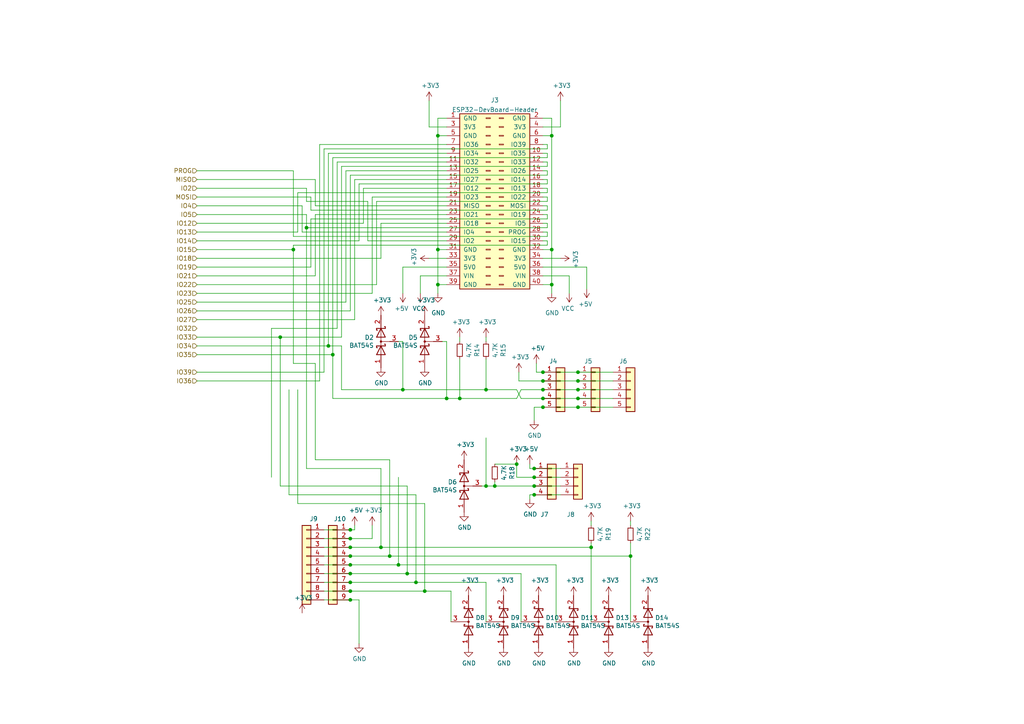
<source format=kicad_sch>
(kicad_sch (version 20211123) (generator eeschema)

  (uuid 9bd7efba-e040-4eb1-8589-d6906fdc6515)

  (paper "A4")

  (lib_symbols
    (symbol "Connector_Generic:Conn_01x04" (pin_names (offset 1.016) hide) (in_bom yes) (on_board yes)
      (property "Reference" "J" (id 0) (at 0 5.08 0)
        (effects (font (size 1.27 1.27)))
      )
      (property "Value" "Conn_01x04" (id 1) (at 0 -7.62 0)
        (effects (font (size 1.27 1.27)))
      )
      (property "Footprint" "" (id 2) (at 0 0 0)
        (effects (font (size 1.27 1.27)) hide)
      )
      (property "Datasheet" "~" (id 3) (at 0 0 0)
        (effects (font (size 1.27 1.27)) hide)
      )
      (property "ki_keywords" "connector" (id 4) (at 0 0 0)
        (effects (font (size 1.27 1.27)) hide)
      )
      (property "ki_description" "Generic connector, single row, 01x04, script generated (kicad-library-utils/schlib/autogen/connector/)" (id 5) (at 0 0 0)
        (effects (font (size 1.27 1.27)) hide)
      )
      (property "ki_fp_filters" "Connector*:*_1x??_*" (id 6) (at 0 0 0)
        (effects (font (size 1.27 1.27)) hide)
      )
      (symbol "Conn_01x04_1_1"
        (rectangle (start -1.27 -4.953) (end 0 -5.207)
          (stroke (width 0.1524) (type default) (color 0 0 0 0))
          (fill (type none))
        )
        (rectangle (start -1.27 -2.413) (end 0 -2.667)
          (stroke (width 0.1524) (type default) (color 0 0 0 0))
          (fill (type none))
        )
        (rectangle (start -1.27 0.127) (end 0 -0.127)
          (stroke (width 0.1524) (type default) (color 0 0 0 0))
          (fill (type none))
        )
        (rectangle (start -1.27 2.667) (end 0 2.413)
          (stroke (width 0.1524) (type default) (color 0 0 0 0))
          (fill (type none))
        )
        (rectangle (start -1.27 3.81) (end 1.27 -6.35)
          (stroke (width 0.254) (type default) (color 0 0 0 0))
          (fill (type background))
        )
        (pin passive line (at -5.08 2.54 0) (length 3.81)
          (name "Pin_1" (effects (font (size 1.27 1.27))))
          (number "1" (effects (font (size 1.27 1.27))))
        )
        (pin passive line (at -5.08 0 0) (length 3.81)
          (name "Pin_2" (effects (font (size 1.27 1.27))))
          (number "2" (effects (font (size 1.27 1.27))))
        )
        (pin passive line (at -5.08 -2.54 0) (length 3.81)
          (name "Pin_3" (effects (font (size 1.27 1.27))))
          (number "3" (effects (font (size 1.27 1.27))))
        )
        (pin passive line (at -5.08 -5.08 0) (length 3.81)
          (name "Pin_4" (effects (font (size 1.27 1.27))))
          (number "4" (effects (font (size 1.27 1.27))))
        )
      )
    )
    (symbol "Connector_Generic:Conn_01x05" (pin_names (offset 1.016) hide) (in_bom yes) (on_board yes)
      (property "Reference" "J" (id 0) (at 0 7.62 0)
        (effects (font (size 1.27 1.27)))
      )
      (property "Value" "Conn_01x05" (id 1) (at 0 -7.62 0)
        (effects (font (size 1.27 1.27)))
      )
      (property "Footprint" "" (id 2) (at 0 0 0)
        (effects (font (size 1.27 1.27)) hide)
      )
      (property "Datasheet" "~" (id 3) (at 0 0 0)
        (effects (font (size 1.27 1.27)) hide)
      )
      (property "ki_keywords" "connector" (id 4) (at 0 0 0)
        (effects (font (size 1.27 1.27)) hide)
      )
      (property "ki_description" "Generic connector, single row, 01x05, script generated (kicad-library-utils/schlib/autogen/connector/)" (id 5) (at 0 0 0)
        (effects (font (size 1.27 1.27)) hide)
      )
      (property "ki_fp_filters" "Connector*:*_1x??_*" (id 6) (at 0 0 0)
        (effects (font (size 1.27 1.27)) hide)
      )
      (symbol "Conn_01x05_1_1"
        (rectangle (start -1.27 -4.953) (end 0 -5.207)
          (stroke (width 0.1524) (type default) (color 0 0 0 0))
          (fill (type none))
        )
        (rectangle (start -1.27 -2.413) (end 0 -2.667)
          (stroke (width 0.1524) (type default) (color 0 0 0 0))
          (fill (type none))
        )
        (rectangle (start -1.27 0.127) (end 0 -0.127)
          (stroke (width 0.1524) (type default) (color 0 0 0 0))
          (fill (type none))
        )
        (rectangle (start -1.27 2.667) (end 0 2.413)
          (stroke (width 0.1524) (type default) (color 0 0 0 0))
          (fill (type none))
        )
        (rectangle (start -1.27 5.207) (end 0 4.953)
          (stroke (width 0.1524) (type default) (color 0 0 0 0))
          (fill (type none))
        )
        (rectangle (start -1.27 6.35) (end 1.27 -6.35)
          (stroke (width 0.254) (type default) (color 0 0 0 0))
          (fill (type background))
        )
        (pin passive line (at -5.08 5.08 0) (length 3.81)
          (name "Pin_1" (effects (font (size 1.27 1.27))))
          (number "1" (effects (font (size 1.27 1.27))))
        )
        (pin passive line (at -5.08 2.54 0) (length 3.81)
          (name "Pin_2" (effects (font (size 1.27 1.27))))
          (number "2" (effects (font (size 1.27 1.27))))
        )
        (pin passive line (at -5.08 0 0) (length 3.81)
          (name "Pin_3" (effects (font (size 1.27 1.27))))
          (number "3" (effects (font (size 1.27 1.27))))
        )
        (pin passive line (at -5.08 -2.54 0) (length 3.81)
          (name "Pin_4" (effects (font (size 1.27 1.27))))
          (number "4" (effects (font (size 1.27 1.27))))
        )
        (pin passive line (at -5.08 -5.08 0) (length 3.81)
          (name "Pin_5" (effects (font (size 1.27 1.27))))
          (number "5" (effects (font (size 1.27 1.27))))
        )
      )
    )
    (symbol "Connector_Generic:Conn_01x09" (pin_names (offset 1.016) hide) (in_bom yes) (on_board yes)
      (property "Reference" "J" (id 0) (at 0 12.7 0)
        (effects (font (size 1.27 1.27)))
      )
      (property "Value" "Conn_01x09" (id 1) (at 0 -12.7 0)
        (effects (font (size 1.27 1.27)))
      )
      (property "Footprint" "" (id 2) (at 0 0 0)
        (effects (font (size 1.27 1.27)) hide)
      )
      (property "Datasheet" "~" (id 3) (at 0 0 0)
        (effects (font (size 1.27 1.27)) hide)
      )
      (property "ki_keywords" "connector" (id 4) (at 0 0 0)
        (effects (font (size 1.27 1.27)) hide)
      )
      (property "ki_description" "Generic connector, single row, 01x09, script generated (kicad-library-utils/schlib/autogen/connector/)" (id 5) (at 0 0 0)
        (effects (font (size 1.27 1.27)) hide)
      )
      (property "ki_fp_filters" "Connector*:*_1x??_*" (id 6) (at 0 0 0)
        (effects (font (size 1.27 1.27)) hide)
      )
      (symbol "Conn_01x09_1_1"
        (rectangle (start -1.27 -10.033) (end 0 -10.287)
          (stroke (width 0.1524) (type default) (color 0 0 0 0))
          (fill (type none))
        )
        (rectangle (start -1.27 -7.493) (end 0 -7.747)
          (stroke (width 0.1524) (type default) (color 0 0 0 0))
          (fill (type none))
        )
        (rectangle (start -1.27 -4.953) (end 0 -5.207)
          (stroke (width 0.1524) (type default) (color 0 0 0 0))
          (fill (type none))
        )
        (rectangle (start -1.27 -2.413) (end 0 -2.667)
          (stroke (width 0.1524) (type default) (color 0 0 0 0))
          (fill (type none))
        )
        (rectangle (start -1.27 0.127) (end 0 -0.127)
          (stroke (width 0.1524) (type default) (color 0 0 0 0))
          (fill (type none))
        )
        (rectangle (start -1.27 2.667) (end 0 2.413)
          (stroke (width 0.1524) (type default) (color 0 0 0 0))
          (fill (type none))
        )
        (rectangle (start -1.27 5.207) (end 0 4.953)
          (stroke (width 0.1524) (type default) (color 0 0 0 0))
          (fill (type none))
        )
        (rectangle (start -1.27 7.747) (end 0 7.493)
          (stroke (width 0.1524) (type default) (color 0 0 0 0))
          (fill (type none))
        )
        (rectangle (start -1.27 10.287) (end 0 10.033)
          (stroke (width 0.1524) (type default) (color 0 0 0 0))
          (fill (type none))
        )
        (rectangle (start -1.27 11.43) (end 1.27 -11.43)
          (stroke (width 0.254) (type default) (color 0 0 0 0))
          (fill (type background))
        )
        (pin passive line (at -5.08 10.16 0) (length 3.81)
          (name "Pin_1" (effects (font (size 1.27 1.27))))
          (number "1" (effects (font (size 1.27 1.27))))
        )
        (pin passive line (at -5.08 7.62 0) (length 3.81)
          (name "Pin_2" (effects (font (size 1.27 1.27))))
          (number "2" (effects (font (size 1.27 1.27))))
        )
        (pin passive line (at -5.08 5.08 0) (length 3.81)
          (name "Pin_3" (effects (font (size 1.27 1.27))))
          (number "3" (effects (font (size 1.27 1.27))))
        )
        (pin passive line (at -5.08 2.54 0) (length 3.81)
          (name "Pin_4" (effects (font (size 1.27 1.27))))
          (number "4" (effects (font (size 1.27 1.27))))
        )
        (pin passive line (at -5.08 0 0) (length 3.81)
          (name "Pin_5" (effects (font (size 1.27 1.27))))
          (number "5" (effects (font (size 1.27 1.27))))
        )
        (pin passive line (at -5.08 -2.54 0) (length 3.81)
          (name "Pin_6" (effects (font (size 1.27 1.27))))
          (number "6" (effects (font (size 1.27 1.27))))
        )
        (pin passive line (at -5.08 -5.08 0) (length 3.81)
          (name "Pin_7" (effects (font (size 1.27 1.27))))
          (number "7" (effects (font (size 1.27 1.27))))
        )
        (pin passive line (at -5.08 -7.62 0) (length 3.81)
          (name "Pin_8" (effects (font (size 1.27 1.27))))
          (number "8" (effects (font (size 1.27 1.27))))
        )
        (pin passive line (at -5.08 -10.16 0) (length 3.81)
          (name "Pin_9" (effects (font (size 1.27 1.27))))
          (number "9" (effects (font (size 1.27 1.27))))
        )
      )
    )
    (symbol "Device:D_Schottky_x2_Serial_AKC" (pin_names (offset 0.762) hide) (in_bom yes) (on_board yes)
      (property "Reference" "D" (id 0) (at 1.27 -2.54 0)
        (effects (font (size 1.27 1.27)))
      )
      (property "Value" "Device_D_Schottky_x2_Serial_AKC" (id 1) (at 0 2.54 0)
        (effects (font (size 1.27 1.27)))
      )
      (property "Footprint" "" (id 2) (at 0 0 0)
        (effects (font (size 1.27 1.27)) hide)
      )
      (property "Datasheet" "" (id 3) (at 0 0 0)
        (effects (font (size 1.27 1.27)) hide)
      )
      (symbol "D_Schottky_x2_Serial_AKC_0_1"
        (polyline
          (pts
            (xy -3.81 0)
            (xy 3.81 0)
          )
          (stroke (width 0) (type default) (color 0 0 0 0))
          (fill (type none))
        )
        (polyline
          (pts
            (xy 0 0)
            (xy 0 -2.54)
          )
          (stroke (width 0) (type default) (color 0 0 0 0))
          (fill (type none))
        )
        (polyline
          (pts
            (xy 6.35 0)
            (xy 7.62 0)
          )
          (stroke (width 0) (type default) (color 0 0 0 0))
          (fill (type none))
        )
        (polyline
          (pts
            (xy -1.27 -1.27)
            (xy -1.27 1.27)
            (xy -1.27 1.27)
          )
          (stroke (width 0.254) (type default) (color 0 0 0 0))
          (fill (type none))
        )
        (polyline
          (pts
            (xy 3.81 1.27)
            (xy 3.81 -1.27)
            (xy 3.81 -1.27)
          )
          (stroke (width 0.254) (type default) (color 0 0 0 0))
          (fill (type none))
        )
        (polyline
          (pts
            (xy -1.27 -1.27)
            (xy -0.762 -1.27)
            (xy -0.762 -1.016)
            (xy -0.762 -1.016)
          )
          (stroke (width 0.254) (type default) (color 0 0 0 0))
          (fill (type none))
        )
        (polyline
          (pts
            (xy 3.81 -1.27)
            (xy 4.318 -1.27)
            (xy 4.318 -1.016)
            (xy 4.318 -1.016)
          )
          (stroke (width 0.254) (type default) (color 0 0 0 0))
          (fill (type none))
        )
        (polyline
          (pts
            (xy 3.81 1.27)
            (xy 3.302 1.27)
            (xy 3.302 1.016)
            (xy 3.302 1.016)
          )
          (stroke (width 0.254) (type default) (color 0 0 0 0))
          (fill (type none))
        )
        (polyline
          (pts
            (xy -1.778 1.016)
            (xy -1.778 1.27)
            (xy -1.27 1.27)
            (xy -1.27 1.27)
            (xy -1.27 1.27)
          )
          (stroke (width 0.254) (type default) (color 0 0 0 0))
          (fill (type none))
        )
        (polyline
          (pts
            (xy -3.81 1.27)
            (xy -1.27 0)
            (xy -3.81 -1.27)
            (xy -3.81 1.27)
            (xy -3.81 1.27)
            (xy -3.81 1.27)
          )
          (stroke (width 0.254) (type default) (color 0 0 0 0))
          (fill (type none))
        )
        (polyline
          (pts
            (xy 1.27 1.27)
            (xy 3.81 0)
            (xy 1.27 -1.27)
            (xy 1.27 1.27)
            (xy 1.27 1.27)
            (xy 1.27 1.27)
          )
          (stroke (width 0.254) (type default) (color 0 0 0 0))
          (fill (type none))
        )
        (circle (center 0 0) (radius 0.254)
          (stroke (width 0) (type default) (color 0 0 0 0))
          (fill (type outline))
        )
        (pin passive line (at -7.62 0 0) (length 3.81)
          (name "A" (effects (font (size 1.27 1.27))))
          (number "1" (effects (font (size 1.27 1.27))))
        )
        (pin passive line (at 7.62 0 180) (length 3.81)
          (name "K" (effects (font (size 1.27 1.27))))
          (number "2" (effects (font (size 1.27 1.27))))
        )
        (pin passive line (at 0 -5.08 90) (length 2.54)
          (name "common" (effects (font (size 1.27 1.27))))
          (number "3" (effects (font (size 1.27 1.27))))
        )
      )
    )
    (symbol "Device:R_Small" (pin_numbers hide) (pin_names (offset 0.254) hide) (in_bom yes) (on_board yes)
      (property "Reference" "R" (id 0) (at 0.762 0.508 0)
        (effects (font (size 1.27 1.27)) (justify left))
      )
      (property "Value" "R_Small" (id 1) (at 0.762 -1.016 0)
        (effects (font (size 1.27 1.27)) (justify left))
      )
      (property "Footprint" "" (id 2) (at 0 0 0)
        (effects (font (size 1.27 1.27)) hide)
      )
      (property "Datasheet" "~" (id 3) (at 0 0 0)
        (effects (font (size 1.27 1.27)) hide)
      )
      (property "ki_keywords" "R resistor" (id 4) (at 0 0 0)
        (effects (font (size 1.27 1.27)) hide)
      )
      (property "ki_description" "Resistor, small symbol" (id 5) (at 0 0 0)
        (effects (font (size 1.27 1.27)) hide)
      )
      (property "ki_fp_filters" "R_*" (id 6) (at 0 0 0)
        (effects (font (size 1.27 1.27)) hide)
      )
      (symbol "R_Small_0_1"
        (rectangle (start -0.762 1.778) (end 0.762 -1.778)
          (stroke (width 0.2032) (type default) (color 0 0 0 0))
          (fill (type none))
        )
      )
      (symbol "R_Small_1_1"
        (pin passive line (at 0 2.54 270) (length 0.762)
          (name "~" (effects (font (size 1.27 1.27))))
          (number "1" (effects (font (size 1.27 1.27))))
        )
        (pin passive line (at 0 -2.54 90) (length 0.762)
          (name "~" (effects (font (size 1.27 1.27))))
          (number "2" (effects (font (size 1.27 1.27))))
        )
      )
    )
    (symbol "ESP32-Water-Meter-Monitor-rescue:D_Schottky_x2_Serial_AKC-Device" (pin_names (offset 0.762) hide) (in_bom yes) (on_board yes)
      (property "Reference" "D" (id 0) (at 1.27 -2.54 0)
        (effects (font (size 1.27 1.27)))
      )
      (property "Value" "D_Schottky_x2_Serial_AKC-Device" (id 1) (at 0 2.54 0)
        (effects (font (size 1.27 1.27)))
      )
      (property "Footprint" "" (id 2) (at 0 0 0)
        (effects (font (size 1.27 1.27)) hide)
      )
      (property "Datasheet" "" (id 3) (at 0 0 0)
        (effects (font (size 1.27 1.27)) hide)
      )
      (symbol "D_Schottky_x2_Serial_AKC-Device_0_1"
        (polyline
          (pts
            (xy -3.81 0)
            (xy 3.81 0)
          )
          (stroke (width 0) (type default) (color 0 0 0 0))
          (fill (type none))
        )
        (polyline
          (pts
            (xy 0 0)
            (xy 0 -2.54)
          )
          (stroke (width 0) (type default) (color 0 0 0 0))
          (fill (type none))
        )
        (polyline
          (pts
            (xy 6.35 0)
            (xy 7.62 0)
          )
          (stroke (width 0) (type default) (color 0 0 0 0))
          (fill (type none))
        )
        (polyline
          (pts
            (xy -1.27 -1.27)
            (xy -1.27 1.27)
            (xy -1.27 1.27)
          )
          (stroke (width 0.254) (type default) (color 0 0 0 0))
          (fill (type none))
        )
        (polyline
          (pts
            (xy 3.81 1.27)
            (xy 3.81 -1.27)
            (xy 3.81 -1.27)
          )
          (stroke (width 0.254) (type default) (color 0 0 0 0))
          (fill (type none))
        )
        (polyline
          (pts
            (xy -1.27 -1.27)
            (xy -0.762 -1.27)
            (xy -0.762 -1.016)
            (xy -0.762 -1.016)
          )
          (stroke (width 0.254) (type default) (color 0 0 0 0))
          (fill (type none))
        )
        (polyline
          (pts
            (xy 3.81 -1.27)
            (xy 4.318 -1.27)
            (xy 4.318 -1.016)
            (xy 4.318 -1.016)
          )
          (stroke (width 0.254) (type default) (color 0 0 0 0))
          (fill (type none))
        )
        (polyline
          (pts
            (xy 3.81 1.27)
            (xy 3.302 1.27)
            (xy 3.302 1.016)
            (xy 3.302 1.016)
          )
          (stroke (width 0.254) (type default) (color 0 0 0 0))
          (fill (type none))
        )
        (polyline
          (pts
            (xy -1.778 1.016)
            (xy -1.778 1.27)
            (xy -1.27 1.27)
            (xy -1.27 1.27)
            (xy -1.27 1.27)
          )
          (stroke (width 0.254) (type default) (color 0 0 0 0))
          (fill (type none))
        )
        (polyline
          (pts
            (xy -3.81 1.27)
            (xy -1.27 0)
            (xy -3.81 -1.27)
            (xy -3.81 1.27)
            (xy -3.81 1.27)
            (xy -3.81 1.27)
          )
          (stroke (width 0.254) (type default) (color 0 0 0 0))
          (fill (type none))
        )
        (polyline
          (pts
            (xy 1.27 1.27)
            (xy 3.81 0)
            (xy 1.27 -1.27)
            (xy 1.27 1.27)
            (xy 1.27 1.27)
            (xy 1.27 1.27)
          )
          (stroke (width 0.254) (type default) (color 0 0 0 0))
          (fill (type none))
        )
        (circle (center 0 0) (radius 0.254)
          (stroke (width 0) (type default) (color 0 0 0 0))
          (fill (type outline))
        )
        (pin passive line (at -7.62 0 0) (length 3.81)
          (name "A" (effects (font (size 1.27 1.27))))
          (number "1" (effects (font (size 1.27 1.27))))
        )
        (pin passive line (at 7.62 0 180) (length 3.81)
          (name "K" (effects (font (size 1.27 1.27))))
          (number "2" (effects (font (size 1.27 1.27))))
        )
        (pin passive line (at 0 -5.08 90) (length 2.54)
          (name "common" (effects (font (size 1.27 1.27))))
          (number "3" (effects (font (size 1.27 1.27))))
        )
      )
    )
    (symbol "connectors:ESP32-DevBoard-Header" (pin_names (offset 1.016)) (in_bom yes) (on_board yes)
      (property "Reference" "J" (id 0) (at 1.27 25.4 0)
        (effects (font (size 1.27 1.27)))
      )
      (property "Value" "ESP32-DevBoard-Header" (id 1) (at 1.27 -27.94 0)
        (effects (font (size 1.27 1.27)))
      )
      (property "Footprint" "" (id 2) (at 0 0 0)
        (effects (font (size 1.27 1.27)) hide)
      )
      (property "Datasheet" "~" (id 3) (at 0 0 0)
        (effects (font (size 1.27 1.27)) hide)
      )
      (property "ki_keywords" "connector" (id 4) (at 0 0 0)
        (effects (font (size 1.27 1.27)) hide)
      )
      (property "ki_description" "2 x 20 header for ESP32 DevBoard" (id 5) (at 0 0 0)
        (effects (font (size 1.27 1.27)) hide)
      )
      (property "ki_fp_filters" "Connector*:*_2x??_*" (id 6) (at 0 0 0)
        (effects (font (size 1.27 1.27)) hide)
      )
      (symbol "ESP32-DevBoard-Header_1_1"
        (rectangle (start -8.89 24.13) (end 11.43 -26.67)
          (stroke (width 0.254) (type default) (color 0 0 0 0))
          (fill (type background))
        )
        (rectangle (start -1.27 -25.273) (end 0 -25.527)
          (stroke (width 0.1524) (type default) (color 0 0 0 0))
          (fill (type none))
        )
        (rectangle (start -1.27 -22.733) (end 0 -22.987)
          (stroke (width 0.1524) (type default) (color 0 0 0 0))
          (fill (type none))
        )
        (rectangle (start -1.27 -20.193) (end 0 -20.447)
          (stroke (width 0.1524) (type default) (color 0 0 0 0))
          (fill (type none))
        )
        (rectangle (start -1.27 -17.653) (end 0 -17.907)
          (stroke (width 0.1524) (type default) (color 0 0 0 0))
          (fill (type none))
        )
        (rectangle (start -1.27 -15.113) (end 0 -15.367)
          (stroke (width 0.1524) (type default) (color 0 0 0 0))
          (fill (type none))
        )
        (rectangle (start -1.27 -12.573) (end 0 -12.827)
          (stroke (width 0.1524) (type default) (color 0 0 0 0))
          (fill (type none))
        )
        (rectangle (start -1.27 -10.033) (end 0 -10.287)
          (stroke (width 0.1524) (type default) (color 0 0 0 0))
          (fill (type none))
        )
        (rectangle (start -1.27 -7.493) (end 0 -7.747)
          (stroke (width 0.1524) (type default) (color 0 0 0 0))
          (fill (type none))
        )
        (rectangle (start -1.27 -4.953) (end 0 -5.207)
          (stroke (width 0.1524) (type default) (color 0 0 0 0))
          (fill (type none))
        )
        (rectangle (start -1.27 -2.413) (end 0 -2.667)
          (stroke (width 0.1524) (type default) (color 0 0 0 0))
          (fill (type none))
        )
        (rectangle (start -1.27 0.127) (end 0 -0.127)
          (stroke (width 0.1524) (type default) (color 0 0 0 0))
          (fill (type none))
        )
        (rectangle (start -1.27 2.667) (end 0 2.413)
          (stroke (width 0.1524) (type default) (color 0 0 0 0))
          (fill (type none))
        )
        (rectangle (start -1.27 5.207) (end 0 4.953)
          (stroke (width 0.1524) (type default) (color 0 0 0 0))
          (fill (type none))
        )
        (rectangle (start -1.27 7.747) (end 0 7.493)
          (stroke (width 0.1524) (type default) (color 0 0 0 0))
          (fill (type none))
        )
        (rectangle (start -1.27 10.287) (end 0 10.033)
          (stroke (width 0.1524) (type default) (color 0 0 0 0))
          (fill (type none))
        )
        (rectangle (start -1.27 12.827) (end 0 12.573)
          (stroke (width 0.1524) (type default) (color 0 0 0 0))
          (fill (type none))
        )
        (rectangle (start -1.27 15.367) (end 0 15.113)
          (stroke (width 0.1524) (type default) (color 0 0 0 0))
          (fill (type none))
        )
        (rectangle (start -1.27 17.907) (end 0 17.653)
          (stroke (width 0.1524) (type default) (color 0 0 0 0))
          (fill (type none))
        )
        (rectangle (start -1.27 20.447) (end 0 20.193)
          (stroke (width 0.1524) (type default) (color 0 0 0 0))
          (fill (type none))
        )
        (rectangle (start -1.27 22.987) (end 0 22.733)
          (stroke (width 0.1524) (type default) (color 0 0 0 0))
          (fill (type none))
        )
        (rectangle (start 3.81 -25.273) (end 2.54 -25.527)
          (stroke (width 0.1524) (type default) (color 0 0 0 0))
          (fill (type none))
        )
        (rectangle (start 3.81 -22.733) (end 2.54 -22.987)
          (stroke (width 0.1524) (type default) (color 0 0 0 0))
          (fill (type none))
        )
        (rectangle (start 3.81 -20.193) (end 2.54 -20.447)
          (stroke (width 0.1524) (type default) (color 0 0 0 0))
          (fill (type none))
        )
        (rectangle (start 3.81 -17.653) (end 2.54 -17.907)
          (stroke (width 0.1524) (type default) (color 0 0 0 0))
          (fill (type none))
        )
        (rectangle (start 3.81 -15.113) (end 2.54 -15.367)
          (stroke (width 0.1524) (type default) (color 0 0 0 0))
          (fill (type none))
        )
        (rectangle (start 3.81 -12.573) (end 2.54 -12.827)
          (stroke (width 0.1524) (type default) (color 0 0 0 0))
          (fill (type none))
        )
        (rectangle (start 3.81 -10.033) (end 2.54 -10.287)
          (stroke (width 0.1524) (type default) (color 0 0 0 0))
          (fill (type none))
        )
        (rectangle (start 3.81 -7.493) (end 2.54 -7.747)
          (stroke (width 0.1524) (type default) (color 0 0 0 0))
          (fill (type none))
        )
        (rectangle (start 3.81 -4.953) (end 2.54 -5.207)
          (stroke (width 0.1524) (type default) (color 0 0 0 0))
          (fill (type none))
        )
        (rectangle (start 3.81 -2.413) (end 2.54 -2.667)
          (stroke (width 0.1524) (type default) (color 0 0 0 0))
          (fill (type none))
        )
        (rectangle (start 3.81 0.127) (end 2.54 -0.127)
          (stroke (width 0.1524) (type default) (color 0 0 0 0))
          (fill (type none))
        )
        (rectangle (start 3.81 2.667) (end 2.54 2.413)
          (stroke (width 0.1524) (type default) (color 0 0 0 0))
          (fill (type none))
        )
        (rectangle (start 3.81 5.207) (end 2.54 4.953)
          (stroke (width 0.1524) (type default) (color 0 0 0 0))
          (fill (type none))
        )
        (rectangle (start 3.81 7.747) (end 2.54 7.493)
          (stroke (width 0.1524) (type default) (color 0 0 0 0))
          (fill (type none))
        )
        (rectangle (start 3.81 10.287) (end 2.54 10.033)
          (stroke (width 0.1524) (type default) (color 0 0 0 0))
          (fill (type none))
        )
        (rectangle (start 3.81 12.827) (end 2.54 12.573)
          (stroke (width 0.1524) (type default) (color 0 0 0 0))
          (fill (type none))
        )
        (rectangle (start 3.81 15.367) (end 2.54 15.113)
          (stroke (width 0.1524) (type default) (color 0 0 0 0))
          (fill (type none))
        )
        (rectangle (start 3.81 17.907) (end 2.54 17.653)
          (stroke (width 0.1524) (type default) (color 0 0 0 0))
          (fill (type none))
        )
        (rectangle (start 3.81 20.447) (end 2.54 20.193)
          (stroke (width 0.1524) (type default) (color 0 0 0 0))
          (fill (type none))
        )
        (rectangle (start 3.81 22.987) (end 2.54 22.733)
          (stroke (width 0.1524) (type default) (color 0 0 0 0))
          (fill (type none))
        )
        (pin passive line (at -12.7 22.86 0) (length 3.81)
          (name "GND" (effects (font (size 1.27 1.27))))
          (number "1" (effects (font (size 1.27 1.27))))
        )
        (pin passive line (at 15.24 12.7 180) (length 3.81)
          (name "IO35" (effects (font (size 1.27 1.27))))
          (number "10" (effects (font (size 1.27 1.27))))
        )
        (pin passive line (at -12.7 10.16 0) (length 3.81)
          (name "IO32" (effects (font (size 1.27 1.27))))
          (number "11" (effects (font (size 1.27 1.27))))
        )
        (pin passive line (at 15.24 10.16 180) (length 3.81)
          (name "IO33" (effects (font (size 1.27 1.27))))
          (number "12" (effects (font (size 1.27 1.27))))
        )
        (pin passive line (at -12.7 7.62 0) (length 3.81)
          (name "IO25" (effects (font (size 1.27 1.27))))
          (number "13" (effects (font (size 1.27 1.27))))
        )
        (pin passive line (at 15.24 7.62 180) (length 3.81)
          (name "IO26" (effects (font (size 1.27 1.27))))
          (number "14" (effects (font (size 1.27 1.27))))
        )
        (pin passive line (at -12.7 5.08 0) (length 3.81)
          (name "IO27" (effects (font (size 1.27 1.27))))
          (number "15" (effects (font (size 1.27 1.27))))
        )
        (pin passive line (at 15.24 5.08 180) (length 3.81)
          (name "IO14" (effects (font (size 1.27 1.27))))
          (number "16" (effects (font (size 1.27 1.27))))
        )
        (pin passive line (at -12.7 2.54 0) (length 3.81)
          (name "IO12" (effects (font (size 1.27 1.27))))
          (number "17" (effects (font (size 1.27 1.27))))
        )
        (pin passive line (at 15.24 2.54 180) (length 3.81)
          (name "IO13" (effects (font (size 1.27 1.27))))
          (number "18" (effects (font (size 1.27 1.27))))
        )
        (pin passive line (at -12.7 0 0) (length 3.81)
          (name "IO23" (effects (font (size 1.27 1.27))))
          (number "19" (effects (font (size 1.27 1.27))))
        )
        (pin passive line (at 15.24 22.86 180) (length 3.81)
          (name "GND" (effects (font (size 1.27 1.27))))
          (number "2" (effects (font (size 1.27 1.27))))
        )
        (pin passive line (at 15.24 0 180) (length 3.81)
          (name "IO22" (effects (font (size 1.27 1.27))))
          (number "20" (effects (font (size 1.27 1.27))))
        )
        (pin passive line (at -12.7 -2.54 0) (length 3.81)
          (name "MISO" (effects (font (size 1.27 1.27))))
          (number "21" (effects (font (size 1.27 1.27))))
        )
        (pin passive line (at 15.24 -2.54 180) (length 3.81)
          (name "MOSI" (effects (font (size 1.27 1.27))))
          (number "22" (effects (font (size 1.27 1.27))))
        )
        (pin passive line (at -12.7 -5.08 0) (length 3.81)
          (name "IO21" (effects (font (size 1.27 1.27))))
          (number "23" (effects (font (size 1.27 1.27))))
        )
        (pin passive line (at 15.24 -5.08 180) (length 3.81)
          (name "IO19" (effects (font (size 1.27 1.27))))
          (number "24" (effects (font (size 1.27 1.27))))
        )
        (pin passive line (at -12.7 -7.62 0) (length 3.81)
          (name "IO18" (effects (font (size 1.27 1.27))))
          (number "25" (effects (font (size 1.27 1.27))))
        )
        (pin passive line (at 15.24 -7.62 180) (length 3.81)
          (name "IO5" (effects (font (size 1.27 1.27))))
          (number "26" (effects (font (size 1.27 1.27))))
        )
        (pin passive line (at -12.7 -10.16 0) (length 3.81)
          (name "IO4" (effects (font (size 1.27 1.27))))
          (number "27" (effects (font (size 1.27 1.27))))
        )
        (pin passive line (at 15.24 -10.16 180) (length 3.81)
          (name "PROG" (effects (font (size 1.27 1.27))))
          (number "28" (effects (font (size 1.27 1.27))))
        )
        (pin passive line (at -12.7 -12.7 0) (length 3.81)
          (name "IO2" (effects (font (size 1.27 1.27))))
          (number "29" (effects (font (size 1.27 1.27))))
        )
        (pin passive line (at -12.7 20.32 0) (length 3.81)
          (name "3V3" (effects (font (size 1.27 1.27))))
          (number "3" (effects (font (size 1.27 1.27))))
        )
        (pin passive line (at 15.24 -12.7 180) (length 3.81)
          (name "IO15" (effects (font (size 1.27 1.27))))
          (number "30" (effects (font (size 1.27 1.27))))
        )
        (pin passive line (at -12.7 -15.24 0) (length 3.81)
          (name "GND" (effects (font (size 1.27 1.27))))
          (number "31" (effects (font (size 1.27 1.27))))
        )
        (pin passive line (at 15.24 -15.24 180) (length 3.81)
          (name "GND" (effects (font (size 1.27 1.27))))
          (number "32" (effects (font (size 1.27 1.27))))
        )
        (pin passive line (at -12.7 -17.78 0) (length 3.81)
          (name "3V3" (effects (font (size 1.27 1.27))))
          (number "33" (effects (font (size 1.27 1.27))))
        )
        (pin passive line (at 15.24 -17.78 180) (length 3.81)
          (name "3V3" (effects (font (size 1.27 1.27))))
          (number "34" (effects (font (size 1.27 1.27))))
        )
        (pin passive line (at -12.7 -20.32 0) (length 3.81)
          (name "5V0" (effects (font (size 1.27 1.27))))
          (number "35" (effects (font (size 1.27 1.27))))
        )
        (pin passive line (at 15.24 -20.32 180) (length 3.81)
          (name "5V0" (effects (font (size 1.27 1.27))))
          (number "36" (effects (font (size 1.27 1.27))))
        )
        (pin passive line (at -12.7 -22.86 0) (length 3.81)
          (name "VIN" (effects (font (size 1.27 1.27))))
          (number "37" (effects (font (size 1.27 1.27))))
        )
        (pin passive line (at 15.24 -22.86 180) (length 3.81)
          (name "VIN" (effects (font (size 1.27 1.27))))
          (number "38" (effects (font (size 1.27 1.27))))
        )
        (pin passive line (at -12.7 -25.4 0) (length 3.81)
          (name "GND" (effects (font (size 1.27 1.27))))
          (number "39" (effects (font (size 1.27 1.27))))
        )
        (pin passive line (at 15.24 20.32 180) (length 3.81)
          (name "3V3" (effects (font (size 1.27 1.27))))
          (number "4" (effects (font (size 1.27 1.27))))
        )
        (pin passive line (at 15.24 -25.4 180) (length 3.81)
          (name "GND" (effects (font (size 1.27 1.27))))
          (number "40" (effects (font (size 1.27 1.27))))
        )
        (pin passive line (at -12.7 17.78 0) (length 3.81)
          (name "GND" (effects (font (size 1.27 1.27))))
          (number "5" (effects (font (size 1.27 1.27))))
        )
        (pin passive line (at 15.24 17.78 180) (length 3.81)
          (name "GND" (effects (font (size 1.27 1.27))))
          (number "6" (effects (font (size 1.27 1.27))))
        )
        (pin passive line (at -12.7 15.24 0) (length 3.81)
          (name "IO36" (effects (font (size 1.27 1.27))))
          (number "7" (effects (font (size 1.27 1.27))))
        )
        (pin passive line (at 15.24 15.24 180) (length 3.81)
          (name "IO39" (effects (font (size 1.27 1.27))))
          (number "8" (effects (font (size 1.27 1.27))))
        )
        (pin passive line (at -12.7 12.7 0) (length 3.81)
          (name "IO34" (effects (font (size 1.27 1.27))))
          (number "9" (effects (font (size 1.27 1.27))))
        )
      )
    )
    (symbol "power:+3V3" (power) (pin_names (offset 0)) (in_bom yes) (on_board yes)
      (property "Reference" "#PWR" (id 0) (at 0 -3.81 0)
        (effects (font (size 1.27 1.27)) hide)
      )
      (property "Value" "+3V3" (id 1) (at 0 3.556 0)
        (effects (font (size 1.27 1.27)))
      )
      (property "Footprint" "" (id 2) (at 0 0 0)
        (effects (font (size 1.27 1.27)) hide)
      )
      (property "Datasheet" "" (id 3) (at 0 0 0)
        (effects (font (size 1.27 1.27)) hide)
      )
      (property "ki_keywords" "power-flag" (id 4) (at 0 0 0)
        (effects (font (size 1.27 1.27)) hide)
      )
      (property "ki_description" "Power symbol creates a global label with name \"+3V3\"" (id 5) (at 0 0 0)
        (effects (font (size 1.27 1.27)) hide)
      )
      (symbol "+3V3_0_1"
        (polyline
          (pts
            (xy -0.762 1.27)
            (xy 0 2.54)
          )
          (stroke (width 0) (type default) (color 0 0 0 0))
          (fill (type none))
        )
        (polyline
          (pts
            (xy 0 0)
            (xy 0 2.54)
          )
          (stroke (width 0) (type default) (color 0 0 0 0))
          (fill (type none))
        )
        (polyline
          (pts
            (xy 0 2.54)
            (xy 0.762 1.27)
          )
          (stroke (width 0) (type default) (color 0 0 0 0))
          (fill (type none))
        )
      )
      (symbol "+3V3_1_1"
        (pin power_in line (at 0 0 90) (length 0) hide
          (name "+3V3" (effects (font (size 1.27 1.27))))
          (number "1" (effects (font (size 1.27 1.27))))
        )
      )
    )
    (symbol "power:+5V" (power) (pin_names (offset 0)) (in_bom yes) (on_board yes)
      (property "Reference" "#PWR" (id 0) (at 0 -3.81 0)
        (effects (font (size 1.27 1.27)) hide)
      )
      (property "Value" "+5V" (id 1) (at 0 3.556 0)
        (effects (font (size 1.27 1.27)))
      )
      (property "Footprint" "" (id 2) (at 0 0 0)
        (effects (font (size 1.27 1.27)) hide)
      )
      (property "Datasheet" "" (id 3) (at 0 0 0)
        (effects (font (size 1.27 1.27)) hide)
      )
      (property "ki_keywords" "power-flag" (id 4) (at 0 0 0)
        (effects (font (size 1.27 1.27)) hide)
      )
      (property "ki_description" "Power symbol creates a global label with name \"+5V\"" (id 5) (at 0 0 0)
        (effects (font (size 1.27 1.27)) hide)
      )
      (symbol "+5V_0_1"
        (polyline
          (pts
            (xy -0.762 1.27)
            (xy 0 2.54)
          )
          (stroke (width 0) (type default) (color 0 0 0 0))
          (fill (type none))
        )
        (polyline
          (pts
            (xy 0 0)
            (xy 0 2.54)
          )
          (stroke (width 0) (type default) (color 0 0 0 0))
          (fill (type none))
        )
        (polyline
          (pts
            (xy 0 2.54)
            (xy 0.762 1.27)
          )
          (stroke (width 0) (type default) (color 0 0 0 0))
          (fill (type none))
        )
      )
      (symbol "+5V_1_1"
        (pin power_in line (at 0 0 90) (length 0) hide
          (name "+5V" (effects (font (size 1.27 1.27))))
          (number "1" (effects (font (size 1.27 1.27))))
        )
      )
    )
    (symbol "power:GND" (power) (pin_names (offset 0)) (in_bom yes) (on_board yes)
      (property "Reference" "#PWR" (id 0) (at 0 -6.35 0)
        (effects (font (size 1.27 1.27)) hide)
      )
      (property "Value" "GND" (id 1) (at 0 -3.81 0)
        (effects (font (size 1.27 1.27)))
      )
      (property "Footprint" "" (id 2) (at 0 0 0)
        (effects (font (size 1.27 1.27)) hide)
      )
      (property "Datasheet" "" (id 3) (at 0 0 0)
        (effects (font (size 1.27 1.27)) hide)
      )
      (property "ki_keywords" "power-flag" (id 4) (at 0 0 0)
        (effects (font (size 1.27 1.27)) hide)
      )
      (property "ki_description" "Power symbol creates a global label with name \"GND\" , ground" (id 5) (at 0 0 0)
        (effects (font (size 1.27 1.27)) hide)
      )
      (symbol "GND_0_1"
        (polyline
          (pts
            (xy 0 0)
            (xy 0 -1.27)
            (xy 1.27 -1.27)
            (xy 0 -2.54)
            (xy -1.27 -1.27)
            (xy 0 -1.27)
          )
          (stroke (width 0) (type default) (color 0 0 0 0))
          (fill (type none))
        )
      )
      (symbol "GND_1_1"
        (pin power_in line (at 0 0 270) (length 0) hide
          (name "GND" (effects (font (size 1.27 1.27))))
          (number "1" (effects (font (size 1.27 1.27))))
        )
      )
    )
    (symbol "power:VCC" (power) (pin_names (offset 0)) (in_bom yes) (on_board yes)
      (property "Reference" "#PWR" (id 0) (at 0 -3.81 0)
        (effects (font (size 1.27 1.27)) hide)
      )
      (property "Value" "VCC" (id 1) (at 0 3.81 0)
        (effects (font (size 1.27 1.27)))
      )
      (property "Footprint" "" (id 2) (at 0 0 0)
        (effects (font (size 1.27 1.27)) hide)
      )
      (property "Datasheet" "" (id 3) (at 0 0 0)
        (effects (font (size 1.27 1.27)) hide)
      )
      (property "ki_keywords" "power-flag" (id 4) (at 0 0 0)
        (effects (font (size 1.27 1.27)) hide)
      )
      (property "ki_description" "Power symbol creates a global label with name \"VCC\"" (id 5) (at 0 0 0)
        (effects (font (size 1.27 1.27)) hide)
      )
      (symbol "VCC_0_1"
        (polyline
          (pts
            (xy -0.762 1.27)
            (xy 0 2.54)
          )
          (stroke (width 0) (type default) (color 0 0 0 0))
          (fill (type none))
        )
        (polyline
          (pts
            (xy 0 0)
            (xy 0 2.54)
          )
          (stroke (width 0) (type default) (color 0 0 0 0))
          (fill (type none))
        )
        (polyline
          (pts
            (xy 0 2.54)
            (xy 0.762 1.27)
          )
          (stroke (width 0) (type default) (color 0 0 0 0))
          (fill (type none))
        )
      )
      (symbol "VCC_1_1"
        (pin power_in line (at 0 0 90) (length 0) hide
          (name "VCC" (effects (font (size 1.27 1.27))))
          (number "1" (effects (font (size 1.27 1.27))))
        )
      )
    )
  )

  (junction (at 101.6 158.75) (diameter 0) (color 0 0 0 0)
    (uuid 018c8c4c-7d14-4b9f-9b9a-6da2d33e50e6)
  )
  (junction (at 101.6 153.67) (diameter 0) (color 0 0 0 0)
    (uuid 0390da29-df8d-4302-8341-66562816f072)
  )
  (junction (at 115.57 163.83) (diameter 0) (color 0 0 0 0)
    (uuid 044e7217-434a-4121-9730-7dca9f322376)
  )
  (junction (at 123.19 171.45) (diameter 0) (color 0 0 0 0)
    (uuid 04b44d86-9265-4dde-8708-6f8fe8660820)
  )
  (junction (at 101.6 166.37) (diameter 0) (color 0 0 0 0)
    (uuid 06e8fa04-2613-408a-ac3b-50c4c1eee7e8)
  )
  (junction (at 154.94 135.89) (diameter 0) (color 0 0 0 0)
    (uuid 0aba160e-7015-495b-9ba7-0fbee3a0795f)
  )
  (junction (at 101.6 161.29) (diameter 0) (color 0 0 0 0)
    (uuid 0cd8fcfa-1aef-4c66-bd9a-56f62f2442e4)
  )
  (junction (at 101.6 156.21) (diameter 0) (color 0 0 0 0)
    (uuid 0d59e599-b94e-435f-9e54-956016dc7e5f)
  )
  (junction (at 120.65 168.91) (diameter 0) (color 0 0 0 0)
    (uuid 12e1d27a-be5c-4561-843f-4a7553cda503)
  )
  (junction (at 160.02 72.39) (diameter 0) (color 0 0 0 0)
    (uuid 15a7bd44-11b1-401a-9106-cf4ba1481be1)
  )
  (junction (at 171.45 158.75) (diameter 0) (color 0 0 0 0)
    (uuid 169d6ad6-2e4e-41b7-86ac-10b2bfbeb0ad)
  )
  (junction (at 160.02 82.55) (diameter 0) (color 0 0 0 0)
    (uuid 26bc849d-8bc7-4ad5-8132-99fbe63fc0dc)
  )
  (junction (at 140.97 113.03) (diameter 0) (color 0 0 0 0)
    (uuid 2a98ef23-5653-49a6-9844-f33c877a1340)
  )
  (junction (at 133.35 115.57) (diameter 0) (color 0 0 0 0)
    (uuid 2bef523b-04b9-4289-a340-ea4fa60ec1f0)
  )
  (junction (at 154.94 143.51) (diameter 0) (color 0 0 0 0)
    (uuid 2e0c6444-7b23-4408-ac05-06f77ec8ae6e)
  )
  (junction (at 167.64 115.57) (diameter 0) (color 0 0 0 0)
    (uuid 37276761-61ac-4e52-922d-62a5623a799d)
  )
  (junction (at 127 39.37) (diameter 0) (color 0 0 0 0)
    (uuid 3e5df759-115a-43c3-8741-7418969c538d)
  )
  (junction (at 88.9 66.04) (diameter 0) (color 0 0 0 0)
    (uuid 4011fa90-fca3-4120-a6a8-c722c49e8235)
  )
  (junction (at 157.48 115.57) (diameter 0) (color 0 0 0 0)
    (uuid 42e217f3-aec5-4c3f-8717-5c7f79132a12)
  )
  (junction (at 101.6 168.91) (diameter 0) (color 0 0 0 0)
    (uuid 5a4aaba1-d798-4f32-a17e-33b9d8aaf69a)
  )
  (junction (at 127 82.55) (diameter 0) (color 0 0 0 0)
    (uuid 5f4d5faa-cf3c-42e3-a789-76133fe64341)
  )
  (junction (at 157.48 118.11) (diameter 0) (color 0 0 0 0)
    (uuid 6d935356-ea5a-4ff7-9de5-8eb60a4f44e6)
  )
  (junction (at 101.6 163.83) (diameter 0) (color 0 0 0 0)
    (uuid 7220e6c6-9f24-40ab-8029-557db97a64eb)
  )
  (junction (at 113.03 161.29) (diameter 0) (color 0 0 0 0)
    (uuid 7354b1e8-5c2e-4fcb-a3ec-c353fec47dc2)
  )
  (junction (at 157.48 113.03) (diameter 0) (color 0 0 0 0)
    (uuid 76c71d27-2d9a-48cb-81b5-6615af6b27ba)
  )
  (junction (at 154.94 140.97) (diameter 0) (color 0 0 0 0)
    (uuid 7ff6829b-c3dd-4463-8da2-65ad33bbb3b7)
  )
  (junction (at 118.11 166.37) (diameter 0) (color 0 0 0 0)
    (uuid 809d8757-1448-458f-970f-6769d1116470)
  )
  (junction (at 110.49 158.75) (diameter 0) (color 0 0 0 0)
    (uuid 87265742-d425-44b7-805e-7b30d98384f0)
  )
  (junction (at 149.86 134.62) (diameter 0) (color 0 0 0 0)
    (uuid 89af7994-b818-4a33-860d-9fc7df349def)
  )
  (junction (at 182.88 161.29) (diameter 0) (color 0 0 0 0)
    (uuid 8b351e03-f2c2-45f3-935d-e00b005f2b7c)
  )
  (junction (at 140.97 140.97) (diameter 0) (color 0 0 0 0)
    (uuid 8f9c7360-28ad-45ff-b2a1-3875b200c7cc)
  )
  (junction (at 160.02 39.37) (diameter 0) (color 0 0 0 0)
    (uuid 97b8ce61-2d64-4377-b1a8-65a4782fc2f3)
  )
  (junction (at 167.64 110.49) (diameter 0) (color 0 0 0 0)
    (uuid a54bec7c-dec8-4828-8517-0224a0255f3c)
  )
  (junction (at 101.6 173.99) (diameter 0) (color 0 0 0 0)
    (uuid a696ce34-949d-4e99-944c-51d93814b189)
  )
  (junction (at 143.51 140.97) (diameter 0) (color 0 0 0 0)
    (uuid aea7e053-0eca-416a-bab4-4e47ca8ceab1)
  )
  (junction (at 129.54 115.57) (diameter 0) (color 0 0 0 0)
    (uuid b2edf415-a9e1-4259-9dfb-22f1622ae1f6)
  )
  (junction (at 157.48 107.95) (diameter 0) (color 0 0 0 0)
    (uuid b5a832d9-c898-47e6-a774-9f674727bf1d)
  )
  (junction (at 101.6 171.45) (diameter 0) (color 0 0 0 0)
    (uuid b75ae292-7f35-483b-a499-95c47e26e9a6)
  )
  (junction (at 81.28 97.79) (diameter 0) (color 0 0 0 0)
    (uuid b815bfc0-e7a6-4e25-a2bd-76dd7d9112a1)
  )
  (junction (at 167.64 118.11) (diameter 0) (color 0 0 0 0)
    (uuid bbcf1ed5-160c-43be-93fc-317bb07e8242)
  )
  (junction (at 167.64 107.95) (diameter 0) (color 0 0 0 0)
    (uuid d6074925-0699-47b1-a885-8bdce120af6c)
  )
  (junction (at 157.48 110.49) (diameter 0) (color 0 0 0 0)
    (uuid d69c57f9-347a-436a-9259-61c0dd2686b2)
  )
  (junction (at 127 72.39) (diameter 0) (color 0 0 0 0)
    (uuid e1be4b6b-9794-450f-a931-2be69036fc6e)
  )
  (junction (at 167.64 113.03) (diameter 0) (color 0 0 0 0)
    (uuid e234e838-eb20-4c77-8007-af01429018a5)
  )
  (junction (at 116.84 113.03) (diameter 0) (color 0 0 0 0)
    (uuid e3b4df37-a857-4173-8ff4-b3ef691a73c5)
  )
  (junction (at 96.52 102.87) (diameter 0) (color 0 0 0 0)
    (uuid ec36dc3b-6906-4fb0-b09c-dd23f4b9f5c9)
  )
  (junction (at 154.94 138.43) (diameter 0) (color 0 0 0 0)
    (uuid f3e0b9c4-977c-49f4-9168-3a935a209a1b)
  )
  (junction (at 95.25 100.33) (diameter 0) (color 0 0 0 0)
    (uuid f7b38bc9-ba4e-4c16-978a-1f08e830fd16)
  )
  (junction (at 85.09 72.39) (diameter 0) (color 0 0 0 0)
    (uuid f9961b32-274e-4862-89e4-b2f13dcc782b)
  )

  (wire (pts (xy 153.67 134.62) (xy 153.67 135.89))
    (stroke (width 0) (type default) (color 0 0 0 0))
    (uuid 0181c5c4-82a2-4942-9dca-583f406e00f7)
  )
  (wire (pts (xy 113.03 133.35) (xy 91.44 133.35))
    (stroke (width 0) (type default) (color 0 0 0 0))
    (uuid 01d6dbaf-be21-437c-b2b3-b6c2adb354f7)
  )
  (wire (pts (xy 158.75 49.53) (xy 157.48 49.53))
    (stroke (width 0) (type default) (color 0 0 0 0))
    (uuid 01e61631-fbe8-426b-814a-edf1c49216df)
  )
  (wire (pts (xy 115.57 163.83) (xy 161.29 163.83))
    (stroke (width 0) (type default) (color 0 0 0 0))
    (uuid 01f49349-da42-4708-974b-e088342bf5df)
  )
  (wire (pts (xy 102.87 152.4) (xy 102.87 153.67))
    (stroke (width 0) (type default) (color 0 0 0 0))
    (uuid 04aecf74-37e7-4ebb-abc5-960dfecfafda)
  )
  (wire (pts (xy 160.02 39.37) (xy 160.02 72.39))
    (stroke (width 0) (type default) (color 0 0 0 0))
    (uuid 052a40d7-b493-496b-9a59-fdf6bffba57c)
  )
  (wire (pts (xy 124.46 36.83) (xy 129.54 36.83))
    (stroke (width 0) (type default) (color 0 0 0 0))
    (uuid 05d803f2-b170-4616-a4e0-4ce1db6511b7)
  )
  (wire (pts (xy 83.82 113.03) (xy 83.82 143.51))
    (stroke (width 0) (type default) (color 0 0 0 0))
    (uuid 05ef9514-e4b9-4d6b-8326-bf8416a3b9d9)
  )
  (wire (pts (xy 151.13 166.37) (xy 151.13 180.34))
    (stroke (width 0) (type default) (color 0 0 0 0))
    (uuid 07393a9e-2335-4945-8d3d-1f080afdd4a2)
  )
  (wire (pts (xy 127 72.39) (xy 127 82.55))
    (stroke (width 0) (type default) (color 0 0 0 0))
    (uuid 0902f938-d484-4d51-8eb3-176f0fbee8bb)
  )
  (wire (pts (xy 101.6 161.29) (xy 113.03 161.29))
    (stroke (width 0) (type default) (color 0 0 0 0))
    (uuid 0a750d23-8255-4706-bfdd-67098b93caac)
  )
  (wire (pts (xy 110.49 135.89) (xy 110.49 158.75))
    (stroke (width 0) (type default) (color 0 0 0 0))
    (uuid 0abc2a43-51bc-4198-9efb-c15db1532e52)
  )
  (wire (pts (xy 93.98 173.99) (xy 101.6 173.99))
    (stroke (width 0) (type default) (color 0 0 0 0))
    (uuid 0b25e28d-499d-413e-a9a8-ce89a0384fc6)
  )
  (wire (pts (xy 96.52 45.72) (xy 158.75 45.72))
    (stroke (width 0) (type default) (color 0 0 0 0))
    (uuid 0c6ee551-2595-495c-a8be-f89e96ad5b7e)
  )
  (wire (pts (xy 91.44 59.69) (xy 129.54 59.69))
    (stroke (width 0) (type default) (color 0 0 0 0))
    (uuid 0ec42b3c-8a73-4a08-abcb-cea06806cf29)
  )
  (wire (pts (xy 90.17 63.5) (xy 158.75 63.5))
    (stroke (width 0) (type default) (color 0 0 0 0))
    (uuid 0fcc1048-ca9a-4c7e-a428-55e03d77e380)
  )
  (wire (pts (xy 86.36 146.05) (xy 123.19 146.05))
    (stroke (width 0) (type default) (color 0 0 0 0))
    (uuid 0ff1c630-cd15-4af8-90e9-0935ea5a9cb4)
  )
  (wire (pts (xy 157.48 107.95) (xy 167.64 107.95))
    (stroke (width 0) (type default) (color 0 0 0 0))
    (uuid 11ed069f-68fd-499f-a2af-ee107715571d)
  )
  (wire (pts (xy 158.75 43.18) (xy 158.75 41.91))
    (stroke (width 0) (type default) (color 0 0 0 0))
    (uuid 15020c80-f6a3-40e0-8b5c-48fb35139e5d)
  )
  (wire (pts (xy 81.28 97.79) (xy 81.28 140.97))
    (stroke (width 0) (type default) (color 0 0 0 0))
    (uuid 15311560-6f05-4796-a3c8-ee2bac683503)
  )
  (wire (pts (xy 99.06 97.79) (xy 99.06 48.26))
    (stroke (width 0) (type default) (color 0 0 0 0))
    (uuid 1550ba7f-3213-4fe5-a57b-df5b1711fa5c)
  )
  (wire (pts (xy 171.45 158.75) (xy 171.45 180.34))
    (stroke (width 0) (type default) (color 0 0 0 0))
    (uuid 156b3e09-5a9d-4ed9-99a1-9a1c602aaa7b)
  )
  (wire (pts (xy 88.9 66.04) (xy 88.9 135.89))
    (stroke (width 0) (type default) (color 0 0 0 0))
    (uuid 17f6899d-9e16-488f-b9a0-fd0ceb31f2d0)
  )
  (wire (pts (xy 129.54 77.47) (xy 116.84 77.47))
    (stroke (width 0) (type default) (color 0 0 0 0))
    (uuid 18a507f2-e272-4c6a-95f2-7001904a7f59)
  )
  (wire (pts (xy 109.22 58.42) (xy 158.75 58.42))
    (stroke (width 0) (type default) (color 0 0 0 0))
    (uuid 1929b876-8db6-4526-99dd-ba00d4e6dd54)
  )
  (wire (pts (xy 158.75 45.72) (xy 158.75 44.45))
    (stroke (width 0) (type default) (color 0 0 0 0))
    (uuid 1a345e73-3499-41f5-bc19-55d3548095a4)
  )
  (wire (pts (xy 154.94 140.97) (xy 162.56 140.97))
    (stroke (width 0) (type default) (color 0 0 0 0))
    (uuid 1f4d54d2-cea9-4ad0-a38e-806995727e0f)
  )
  (wire (pts (xy 110.49 158.75) (xy 171.45 158.75))
    (stroke (width 0) (type default) (color 0 0 0 0))
    (uuid 1f5bb777-af96-4c18-b365-ead2bc6f2a22)
  )
  (wire (pts (xy 158.75 50.8) (xy 158.75 49.53))
    (stroke (width 0) (type default) (color 0 0 0 0))
    (uuid 1fe7023d-662f-4121-abcd-4faa60649af4)
  )
  (wire (pts (xy 160.02 34.29) (xy 160.02 39.37))
    (stroke (width 0) (type default) (color 0 0 0 0))
    (uuid 21154599-958d-48a4-8c23-5233e561c51c)
  )
  (wire (pts (xy 101.6 163.83) (xy 115.57 163.83))
    (stroke (width 0) (type default) (color 0 0 0 0))
    (uuid 214d83e3-133b-43b7-9344-a63e12ab5dcf)
  )
  (wire (pts (xy 109.22 82.55) (xy 109.22 58.42))
    (stroke (width 0) (type default) (color 0 0 0 0))
    (uuid 21707dcf-bac9-46f6-8974-20423018513d)
  )
  (wire (pts (xy 129.54 115.57) (xy 133.35 115.57))
    (stroke (width 0) (type default) (color 0 0 0 0))
    (uuid 230cefd6-67a4-4787-91ae-691326d7cc7a)
  )
  (wire (pts (xy 116.84 77.47) (xy 116.84 85.09))
    (stroke (width 0) (type default) (color 0 0 0 0))
    (uuid 23bc5b68-cada-4c57-8379-4bedb981ee83)
  )
  (wire (pts (xy 105.41 54.61) (xy 129.54 54.61))
    (stroke (width 0) (type default) (color 0 0 0 0))
    (uuid 243c3e72-c005-4901-9d99-1b7f6dbbc517)
  )
  (wire (pts (xy 101.6 166.37) (xy 118.11 166.37))
    (stroke (width 0) (type default) (color 0 0 0 0))
    (uuid 24f4e661-8b8e-4b4b-a3df-622f4ce19c72)
  )
  (wire (pts (xy 158.75 52.07) (xy 157.48 52.07))
    (stroke (width 0) (type default) (color 0 0 0 0))
    (uuid 257ed984-4c93-42ef-8bc9-d555815d7ad0)
  )
  (wire (pts (xy 124.46 29.21) (xy 124.46 36.83))
    (stroke (width 0) (type default) (color 0 0 0 0))
    (uuid 26fff040-f7f7-46fa-a681-19ae30842c16)
  )
  (wire (pts (xy 57.15 64.77) (xy 105.41 64.77))
    (stroke (width 0) (type default) (color 0 0 0 0))
    (uuid 2885e2ec-5ffd-4756-91ec-37fc521f680f)
  )
  (wire (pts (xy 57.15 74.93) (xy 110.49 74.93))
    (stroke (width 0) (type default) (color 0 0 0 0))
    (uuid 2a3b66de-7e0f-4945-9821-84952e0333d8)
  )
  (wire (pts (xy 160.02 85.09) (xy 160.02 82.55))
    (stroke (width 0) (type default) (color 0 0 0 0))
    (uuid 2af45e58-da8c-4058-8e39-d23b5e948edb)
  )
  (wire (pts (xy 100.33 87.63) (xy 100.33 49.53))
    (stroke (width 0) (type default) (color 0 0 0 0))
    (uuid 2c072f75-039a-426c-ac9d-3748726dea48)
  )
  (wire (pts (xy 133.35 97.79) (xy 133.35 99.06))
    (stroke (width 0) (type default) (color 0 0 0 0))
    (uuid 2d716730-7095-43ef-8dc0-2c3cc09ab826)
  )
  (wire (pts (xy 104.14 186.69) (xy 104.14 173.99))
    (stroke (width 0) (type default) (color 0 0 0 0))
    (uuid 2dc8d2e2-428d-4d38-998f-5789645c1b29)
  )
  (wire (pts (xy 57.15 97.79) (xy 81.28 97.79))
    (stroke (width 0) (type default) (color 0 0 0 0))
    (uuid 2e416e63-f90b-4f31-be47-d99eb9a67762)
  )
  (wire (pts (xy 160.02 82.55) (xy 157.48 82.55))
    (stroke (width 0) (type default) (color 0 0 0 0))
    (uuid 2ecb7b30-632e-4cd6-9455-0e680159fa8f)
  )
  (wire (pts (xy 140.97 97.79) (xy 140.97 99.06))
    (stroke (width 0) (type default) (color 0 0 0 0))
    (uuid 318567ec-f53f-4a11-b9d1-0921cb9a5739)
  )
  (wire (pts (xy 90.17 57.15) (xy 90.17 60.96))
    (stroke (width 0) (type default) (color 0 0 0 0))
    (uuid 3242f245-94b7-4307-9f87-e785771a1ab0)
  )
  (wire (pts (xy 154.94 121.92) (xy 154.94 118.11))
    (stroke (width 0) (type default) (color 0 0 0 0))
    (uuid 3320af49-699b-49a6-8b82-83653f3f06b2)
  )
  (wire (pts (xy 158.75 41.91) (xy 157.48 41.91))
    (stroke (width 0) (type default) (color 0 0 0 0))
    (uuid 355532ec-e88b-488f-b2f1-4b36cba84f7e)
  )
  (wire (pts (xy 101.6 158.75) (xy 110.49 158.75))
    (stroke (width 0) (type default) (color 0 0 0 0))
    (uuid 35b6f243-c83b-4f9d-acd0-0324b3145a4f)
  )
  (wire (pts (xy 101.6 153.67) (xy 102.87 153.67))
    (stroke (width 0) (type default) (color 0 0 0 0))
    (uuid 375c7d27-45cb-4edf-826b-f384d751e656)
  )
  (wire (pts (xy 110.49 74.93) (xy 110.49 64.77))
    (stroke (width 0) (type default) (color 0 0 0 0))
    (uuid 387a2ef6-5e0c-451a-b119-cc9b78c501e6)
  )
  (wire (pts (xy 157.48 34.29) (xy 160.02 34.29))
    (stroke (width 0) (type default) (color 0 0 0 0))
    (uuid 3949cbaa-f0dc-4f95-96e7-83a9f6b229e0)
  )
  (wire (pts (xy 93.98 43.18) (xy 158.75 43.18))
    (stroke (width 0) (type default) (color 0 0 0 0))
    (uuid 3b8e637a-8873-4eec-a518-072f2cd526e1)
  )
  (wire (pts (xy 85.09 105.41) (xy 91.44 105.41))
    (stroke (width 0) (type default) (color 0 0 0 0))
    (uuid 3c0485eb-a3b7-416a-9f3c-041031aa10cf)
  )
  (wire (pts (xy 116.84 113.03) (xy 140.97 113.03))
    (stroke (width 0) (type default) (color 0 0 0 0))
    (uuid 3c69879f-1119-4228-98c7-34a0c467c6e1)
  )
  (wire (pts (xy 101.6 171.45) (xy 123.19 171.45))
    (stroke (width 0) (type default) (color 0 0 0 0))
    (uuid 3ce3e7f4-d928-4bfd-ab23-379be5d43491)
  )
  (wire (pts (xy 101.6 156.21) (xy 107.95 156.21))
    (stroke (width 0) (type default) (color 0 0 0 0))
    (uuid 3dbfa5e5-d564-422f-ab06-2c8b4f391fb1)
  )
  (wire (pts (xy 150.495 110.49) (xy 157.48 110.49))
    (stroke (width 0) (type default) (color 0 0 0 0))
    (uuid 3fb4afad-0b37-4c9a-9b8d-7ce188553ef4)
  )
  (wire (pts (xy 130.81 171.45) (xy 123.19 171.45))
    (stroke (width 0) (type default) (color 0 0 0 0))
    (uuid 40db8219-9cde-4dd9-ae5c-9e33ba77c7e3)
  )
  (wire (pts (xy 154.94 135.89) (xy 162.56 135.89))
    (stroke (width 0) (type default) (color 0 0 0 0))
    (uuid 4155619d-905a-4aab-8b7c-2a2bcfef1c1c)
  )
  (wire (pts (xy 158.75 67.31) (xy 157.48 67.31))
    (stroke (width 0) (type default) (color 0 0 0 0))
    (uuid 4169e08f-4966-4d3e-85f8-51176274adc5)
  )
  (wire (pts (xy 167.64 118.11) (xy 177.8 118.11))
    (stroke (width 0) (type default) (color 0 0 0 0))
    (uuid 42719b7b-6e93-43ce-a248-51a4e1c80ebe)
  )
  (wire (pts (xy 158.75 64.77) (xy 157.48 64.77))
    (stroke (width 0) (type default) (color 0 0 0 0))
    (uuid 432772d6-32db-4f0e-a1e8-1e90b49e5ff9)
  )
  (wire (pts (xy 107.95 152.4) (xy 107.95 156.21))
    (stroke (width 0) (type default) (color 0 0 0 0))
    (uuid 433d7f98-e533-4904-99ba-9fd12211df39)
  )
  (wire (pts (xy 127 72.39) (xy 129.54 72.39))
    (stroke (width 0) (type default) (color 0 0 0 0))
    (uuid 43b87e12-e5f3-47ef-a5ca-107678411cfc)
  )
  (wire (pts (xy 86.36 113.03) (xy 86.36 146.05))
    (stroke (width 0) (type default) (color 0 0 0 0))
    (uuid 44a9331c-c123-43d0-bed3-a35417dccc95)
  )
  (wire (pts (xy 167.64 110.49) (xy 177.8 110.49))
    (stroke (width 0) (type default) (color 0 0 0 0))
    (uuid 44ac5410-35e5-4c04-9ad7-95ab08aa417c)
  )
  (wire (pts (xy 81.28 97.79) (xy 99.06 97.79))
    (stroke (width 0) (type default) (color 0 0 0 0))
    (uuid 479a9fb0-21eb-43fb-b63c-14f63a70dcac)
  )
  (wire (pts (xy 88.9 58.42) (xy 88.9 54.61))
    (stroke (width 0) (type default) (color 0 0 0 0))
    (uuid 4b4885e7-948c-4816-bd37-941b16496b33)
  )
  (wire (pts (xy 57.15 82.55) (xy 109.22 82.55))
    (stroke (width 0) (type default) (color 0 0 0 0))
    (uuid 4ca1103e-7dcc-4622-8108-19d86694d557)
  )
  (wire (pts (xy 113.03 133.35) (xy 113.03 161.29))
    (stroke (width 0) (type default) (color 0 0 0 0))
    (uuid 4e4cebb6-3639-4595-8b55-74d354d622f0)
  )
  (wire (pts (xy 57.15 52.07) (xy 91.44 52.07))
    (stroke (width 0) (type default) (color 0 0 0 0))
    (uuid 4e5390ae-db4f-40f1-80db-22a3bf91abf9)
  )
  (wire (pts (xy 93.98 171.45) (xy 101.6 171.45))
    (stroke (width 0) (type default) (color 0 0 0 0))
    (uuid 4eaa6256-70ea-471d-9c2a-dec5a5916136)
  )
  (wire (pts (xy 167.64 113.03) (xy 177.8 113.03))
    (stroke (width 0) (type default) (color 0 0 0 0))
    (uuid 4fb70823-cdf6-48d5-82e1-9103a4e6342e)
  )
  (wire (pts (xy 154.94 138.43) (xy 162.56 138.43))
    (stroke (width 0) (type default) (color 0 0 0 0))
    (uuid 51b6fc4e-f93b-4012-b388-1e466e87020b)
  )
  (wire (pts (xy 92.71 110.49) (xy 92.71 41.91))
    (stroke (width 0) (type default) (color 0 0 0 0))
    (uuid 51cdf8dd-4d5c-4244-aeb4-09798fc9be74)
  )
  (wire (pts (xy 86.36 67.31) (xy 86.36 55.88))
    (stroke (width 0) (type default) (color 0 0 0 0))
    (uuid 53fa3ab4-3e28-4c71-aabd-43c9d450563a)
  )
  (wire (pts (xy 157.48 110.49) (xy 167.64 110.49))
    (stroke (width 0) (type default) (color 0 0 0 0))
    (uuid 54442c46-ddb8-489f-a592-d589364af6fe)
  )
  (wire (pts (xy 57.15 110.49) (xy 92.71 110.49))
    (stroke (width 0) (type default) (color 0 0 0 0))
    (uuid 54a21593-65ca-47d9-8a73-01db7d6b6aff)
  )
  (wire (pts (xy 57.15 85.09) (xy 107.95 85.09))
    (stroke (width 0) (type default) (color 0 0 0 0))
    (uuid 55e0ff06-fc20-43f4-948e-ba8fa9ce5020)
  )
  (wire (pts (xy 158.75 44.45) (xy 157.48 44.45))
    (stroke (width 0) (type default) (color 0 0 0 0))
    (uuid 55fcffab-2ebf-4fac-863a-ad834a1703c8)
  )
  (wire (pts (xy 158.75 48.26) (xy 158.75 46.99))
    (stroke (width 0) (type default) (color 0 0 0 0))
    (uuid 573d3f9d-0cfd-498c-b6ee-37f9dea470ac)
  )
  (wire (pts (xy 57.15 100.33) (xy 95.25 100.33))
    (stroke (width 0) (type default) (color 0 0 0 0))
    (uuid 5790062b-7ba5-471f-80eb-83addf711668)
  )
  (wire (pts (xy 78.74 95.25) (xy 78.74 138.43))
    (stroke (width 0) (type default) (color 0 0 0 0))
    (uuid 57a3ed70-0e3f-4606-9632-b49c5b4b5bc1)
  )
  (wire (pts (xy 57.15 49.53) (xy 85.09 49.53))
    (stroke (width 0) (type default) (color 0 0 0 0))
    (uuid 57dd4553-5cfd-4eb6-8dcc-4452366ca4a4)
  )
  (wire (pts (xy 93.98 168.91) (xy 101.6 168.91))
    (stroke (width 0) (type default) (color 0 0 0 0))
    (uuid 57ddd3a8-5946-44c8-9f80-e13ae471aa7b)
  )
  (wire (pts (xy 154.94 143.51) (xy 162.56 143.51))
    (stroke (width 0) (type default) (color 0 0 0 0))
    (uuid 5876607f-cb08-473c-9fb0-a75b2588a366)
  )
  (wire (pts (xy 118.11 166.37) (xy 151.13 166.37))
    (stroke (width 0) (type default) (color 0 0 0 0))
    (uuid 5895b3dc-62c5-4f3a-9e77-a021441c26d2)
  )
  (wire (pts (xy 158.75 57.15) (xy 157.48 57.15))
    (stroke (width 0) (type default) (color 0 0 0 0))
    (uuid 59b47950-1859-48fa-b803-f7e0af6fa637)
  )
  (wire (pts (xy 124.46 74.93) (xy 129.54 74.93))
    (stroke (width 0) (type default) (color 0 0 0 0))
    (uuid 5ac22f89-604a-4fe5-9594-e011b6263748)
  )
  (wire (pts (xy 158.75 68.58) (xy 158.75 67.31))
    (stroke (width 0) (type default) (color 0 0 0 0))
    (uuid 5acfc28c-51b4-4601-9c10-00d83e11f8a6)
  )
  (wire (pts (xy 91.44 62.23) (xy 129.54 62.23))
    (stroke (width 0) (type default) (color 0 0 0 0))
    (uuid 5e198842-6b92-4f83-ba75-aaee8b55b9eb)
  )
  (wire (pts (xy 85.09 72.39) (xy 85.09 105.41))
    (stroke (width 0) (type default) (color 0 0 0 0))
    (uuid 5f64bdb1-9141-48a2-bcd2-9deb49b9d893)
  )
  (wire (pts (xy 100.33 49.53) (xy 129.54 49.53))
    (stroke (width 0) (type default) (color 0 0 0 0))
    (uuid 5fe65184-c419-40e1-8291-8b07c47f7c4a)
  )
  (wire (pts (xy 157.48 113.03) (xy 167.64 113.03))
    (stroke (width 0) (type default) (color 0 0 0 0))
    (uuid 60e442d4-0073-451c-8f9d-a26a9dd54ae7)
  )
  (wire (pts (xy 127 39.37) (xy 127 72.39))
    (stroke (width 0) (type default) (color 0 0 0 0))
    (uuid 6431494d-381c-4a8f-9812-0f97f241c8d0)
  )
  (wire (pts (xy 154.94 118.11) (xy 157.48 118.11))
    (stroke (width 0) (type default) (color 0 0 0 0))
    (uuid 64434ea0-6bef-4fc5-98fa-cff3ce30e393)
  )
  (wire (pts (xy 140.97 140.97) (xy 143.51 140.97))
    (stroke (width 0) (type default) (color 0 0 0 0))
    (uuid 647eb24d-113c-48a8-b237-a3cbf0bb7a96)
  )
  (wire (pts (xy 97.79 95.25) (xy 97.79 46.99))
    (stroke (width 0) (type default) (color 0 0 0 0))
    (uuid 65eeb414-df47-4af2-b41e-af42628350b4)
  )
  (wire (pts (xy 140.97 127) (xy 140.97 140.97))
    (stroke (width 0) (type default) (color 0 0 0 0))
    (uuid 6788e52e-eed2-4ca3-ade5-06259fd9d45b)
  )
  (wire (pts (xy 158.75 55.88) (xy 158.75 54.61))
    (stroke (width 0) (type default) (color 0 0 0 0))
    (uuid 679cb21e-ddbf-4a7e-8cab-8e146a54e9eb)
  )
  (wire (pts (xy 107.95 57.15) (xy 129.54 57.15))
    (stroke (width 0) (type default) (color 0 0 0 0))
    (uuid 683b578d-f368-4ecb-bd6b-4489c1fd0ba0)
  )
  (wire (pts (xy 93.98 107.95) (xy 93.98 43.18))
    (stroke (width 0) (type default) (color 0 0 0 0))
    (uuid 694847db-60a0-4eac-92e1-0d0dc5d63403)
  )
  (wire (pts (xy 57.15 90.17) (xy 101.6 90.17))
    (stroke (width 0) (type default) (color 0 0 0 0))
    (uuid 699e7498-db3f-4631-a9bb-95419f696c1c)
  )
  (wire (pts (xy 157.48 115.57) (xy 167.64 115.57))
    (stroke (width 0) (type default) (color 0 0 0 0))
    (uuid 69dbf5b4-a9fb-4c94-995b-53b09d6214f0)
  )
  (wire (pts (xy 158.75 58.42) (xy 158.75 57.15))
    (stroke (width 0) (type default) (color 0 0 0 0))
    (uuid 6a964c48-a417-4b52-b176-9533340a18ba)
  )
  (wire (pts (xy 143.51 140.97) (xy 154.94 140.97))
    (stroke (width 0) (type default) (color 0 0 0 0))
    (uuid 6b07b1c1-c272-4add-b607-487af8ddf3d6)
  )
  (wire (pts (xy 57.15 59.69) (xy 87.63 59.69))
    (stroke (width 0) (type default) (color 0 0 0 0))
    (uuid 6bd51e34-8267-4f86-bcce-2c7de1c0f372)
  )
  (wire (pts (xy 121.92 85.09) (xy 121.92 80.01))
    (stroke (width 0) (type default) (color 0 0 0 0))
    (uuid 6fffe7ca-7d1a-456c-8c87-d14f8040c9f3)
  )
  (wire (pts (xy 127 82.55) (xy 129.54 82.55))
    (stroke (width 0) (type default) (color 0 0 0 0))
    (uuid 7076d279-b41f-4183-b5fd-73aa3c2b6f92)
  )
  (wire (pts (xy 99.06 113.03) (xy 99.06 100.33))
    (stroke (width 0) (type default) (color 0 0 0 0))
    (uuid 70aae0a8-2ee7-4849-8096-cc556a55c1d2)
  )
  (wire (pts (xy 151.13 115.57) (xy 149.86 113.03))
    (stroke (width 0) (type default) (color 0 0 0 0))
    (uuid 710cea4a-7208-4af1-873f-acd6f9c60070)
  )
  (wire (pts (xy 129.54 34.29) (xy 127 34.29))
    (stroke (width 0) (type default) (color 0 0 0 0))
    (uuid 72f65774-1e11-4e5a-8140-0f90ac022cb8)
  )
  (wire (pts (xy 95.25 100.33) (xy 95.25 44.45))
    (stroke (width 0) (type default) (color 0 0 0 0))
    (uuid 735d58e6-af2f-4411-849d-82063f954f11)
  )
  (wire (pts (xy 130.81 171.45) (xy 130.81 180.34))
    (stroke (width 0) (type default) (color 0 0 0 0))
    (uuid 7376efa6-c098-46e3-bc53-f589233bb3c4)
  )
  (wire (pts (xy 143.51 134.62) (xy 149.86 134.62))
    (stroke (width 0) (type default) (color 0 0 0 0))
    (uuid 747225bf-a1c6-481d-b8ed-6c21d77b32be)
  )
  (wire (pts (xy 121.92 80.01) (xy 129.54 80.01))
    (stroke (width 0) (type default) (color 0 0 0 0))
    (uuid 748f5b34-26d4-43a9-80ad-442111b6aa41)
  )
  (wire (pts (xy 133.35 104.14) (xy 133.35 115.57))
    (stroke (width 0) (type default) (color 0 0 0 0))
    (uuid 758d9f4e-9523-4b13-b2b5-a5a86c892847)
  )
  (wire (pts (xy 93.98 163.83) (xy 101.6 163.83))
    (stroke (width 0) (type default) (color 0 0 0 0))
    (uuid 76b499e5-7e1b-41fd-aad8-abdd45418f5d)
  )
  (wire (pts (xy 87.63 59.69) (xy 87.63 67.31))
    (stroke (width 0) (type default) (color 0 0 0 0))
    (uuid 76fa04b9-897c-40ad-9e99-8a87de6c97f5)
  )
  (wire (pts (xy 116.84 113.03) (xy 99.06 113.03))
    (stroke (width 0) (type default) (color 0 0 0 0))
    (uuid 77840a95-e3fb-4fe3-b8f7-66767ee27f8d)
  )
  (wire (pts (xy 81.28 140.97) (xy 118.11 140.97))
    (stroke (width 0) (type default) (color 0 0 0 0))
    (uuid 77ab0e0c-8e05-4cdf-8deb-dc2f68d88d78)
  )
  (wire (pts (xy 86.36 55.88) (xy 158.75 55.88))
    (stroke (width 0) (type default) (color 0 0 0 0))
    (uuid 78891856-9ae3-4398-9525-fb04c0972677)
  )
  (wire (pts (xy 149.86 138.43) (xy 154.94 138.43))
    (stroke (width 0) (type default) (color 0 0 0 0))
    (uuid 78cfb413-b33b-4d38-b3a2-70fbb642b8a5)
  )
  (wire (pts (xy 149.86 134.62) (xy 149.86 138.43))
    (stroke (width 0) (type default) (color 0 0 0 0))
    (uuid 7941786d-6d1c-41c5-9d82-2177bc816cea)
  )
  (wire (pts (xy 129.54 99.06) (xy 129.54 115.57))
    (stroke (width 0) (type default) (color 0 0 0 0))
    (uuid 8027825b-b08a-4bb4-9ee7-1fed3270733e)
  )
  (wire (pts (xy 93.98 166.37) (xy 101.6 166.37))
    (stroke (width 0) (type default) (color 0 0 0 0))
    (uuid 80840c68-edac-41b3-b56c-e3053f5dd958)
  )
  (wire (pts (xy 158.75 59.69) (xy 157.48 59.69))
    (stroke (width 0) (type default) (color 0 0 0 0))
    (uuid 819bc4db-119c-4f9c-a96d-24631e7f3f02)
  )
  (wire (pts (xy 157.48 118.11) (xy 167.64 118.11))
    (stroke (width 0) (type default) (color 0 0 0 0))
    (uuid 81b53e73-314e-4644-a575-3304e65af9c0)
  )
  (wire (pts (xy 96.52 102.87) (xy 96.52 45.72))
    (stroke (width 0) (type default) (color 0 0 0 0))
    (uuid 82172484-508c-42f9-a5a1-2bf2d7ab5346)
  )
  (wire (pts (xy 102.87 52.07) (xy 129.54 52.07))
    (stroke (width 0) (type default) (color 0 0 0 0))
    (uuid 82d4df6d-6a34-46c3-b6af-743aa01a05a7)
  )
  (wire (pts (xy 140.97 104.14) (xy 140.97 113.03))
    (stroke (width 0) (type default) (color 0 0 0 0))
    (uuid 83cc72ab-47a4-4824-b042-b23a6eeac20f)
  )
  (wire (pts (xy 57.15 92.71) (xy 102.87 92.71))
    (stroke (width 0) (type default) (color 0 0 0 0))
    (uuid 856baa1f-9d12-410f-8653-de325b2723c5)
  )
  (wire (pts (xy 110.49 135.89) (xy 88.9 135.89))
    (stroke (width 0) (type default) (color 0 0 0 0))
    (uuid 85859ca9-e9f2-4156-85fd-59f286c84c77)
  )
  (wire (pts (xy 150.495 107.95) (xy 150.495 110.49))
    (stroke (width 0) (type default) (color 0 0 0 0))
    (uuid 85f41910-1622-468a-9b79-81001ec23ca1)
  )
  (wire (pts (xy 140.97 168.91) (xy 140.97 180.34))
    (stroke (width 0) (type default) (color 0 0 0 0))
    (uuid 8721f631-ed52-4d65-857a-a2b745821bc7)
  )
  (wire (pts (xy 158.75 46.99) (xy 157.48 46.99))
    (stroke (width 0) (type default) (color 0 0 0 0))
    (uuid 884d4e6c-5e22-420d-8b7e-34b0c0c19039)
  )
  (wire (pts (xy 129.54 69.85) (xy 106.68 69.85))
    (stroke (width 0) (type default) (color 0 0 0 0))
    (uuid 88b62a79-7e7f-4309-b8f3-68ce12a1f2c5)
  )
  (wire (pts (xy 87.63 67.31) (xy 129.54 67.31))
    (stroke (width 0) (type default) (color 0 0 0 0))
    (uuid 89f5f174-142e-46e8-98fc-896948f719f1)
  )
  (wire (pts (xy 57.15 72.39) (xy 85.09 72.39))
    (stroke (width 0) (type default) (color 0 0 0 0))
    (uuid 8c4a3f64-ac0e-4009-997a-1e0410a98a26)
  )
  (wire (pts (xy 107.95 85.09) (xy 107.95 57.15))
    (stroke (width 0) (type default) (color 0 0 0 0))
    (uuid 8cd5f9ef-95af-4896-9307-0ec4460b6824)
  )
  (wire (pts (xy 91.44 80.01) (xy 91.44 62.23))
    (stroke (width 0) (type default) (color 0 0 0 0))
    (uuid 8e2fe5ec-e832-4b20-b1de-0e7b845b7648)
  )
  (wire (pts (xy 161.29 163.83) (xy 161.29 180.34))
    (stroke (width 0) (type default) (color 0 0 0 0))
    (uuid 93750036-0eb8-415e-ae5f-7a95876e0451)
  )
  (wire (pts (xy 97.79 46.99) (xy 129.54 46.99))
    (stroke (width 0) (type default) (color 0 0 0 0))
    (uuid 937d81c6-3c55-4baf-964c-a5774f20ebda)
  )
  (wire (pts (xy 57.15 57.15) (xy 90.17 57.15))
    (stroke (width 0) (type default) (color 0 0 0 0))
    (uuid 9610cd64-743f-4a86-b5fe-d95ce9a1359d)
  )
  (wire (pts (xy 167.64 107.95) (xy 177.8 107.95))
    (stroke (width 0) (type default) (color 0 0 0 0))
    (uuid 987aea55-c593-47e6-9d01-ff11ff35aa33)
  )
  (wire (pts (xy 170.18 77.47) (xy 170.18 83.82))
    (stroke (width 0) (type default) (color 0 0 0 0))
    (uuid 9a2c168a-5dd7-488a-b7cb-bcc5c872dca6)
  )
  (wire (pts (xy 99.06 48.26) (xy 158.75 48.26))
    (stroke (width 0) (type default) (color 0 0 0 0))
    (uuid 9ae6a1e4-a626-41c2-b056-c36a02967a4f)
  )
  (wire (pts (xy 155.575 107.95) (xy 157.48 107.95))
    (stroke (width 0) (type default) (color 0 0 0 0))
    (uuid 9e620ce0-e3c1-4285-9d9a-616746170fb1)
  )
  (wire (pts (xy 57.15 102.87) (xy 96.52 102.87))
    (stroke (width 0) (type default) (color 0 0 0 0))
    (uuid 9f4a60b1-026e-4507-ba92-bd27d16f783e)
  )
  (wire (pts (xy 78.74 95.25) (xy 97.79 95.25))
    (stroke (width 0) (type default) (color 0 0 0 0))
    (uuid a007b8db-77ad-4039-8637-b7a168136330)
  )
  (wire (pts (xy 182.88 151.13) (xy 182.88 152.4))
    (stroke (width 0) (type default) (color 0 0 0 0))
    (uuid a04d9f7f-2fb8-4512-8dda-3a4d4283b053)
  )
  (wire (pts (xy 102.87 92.71) (xy 102.87 52.07))
    (stroke (width 0) (type default) (color 0 0 0 0))
    (uuid a162efe9-a2e9-414e-91af-f6e41ac70928)
  )
  (wire (pts (xy 158.75 63.5) (xy 158.75 62.23))
    (stroke (width 0) (type default) (color 0 0 0 0))
    (uuid a2649b7a-b1be-4b9b-9019-1aabb20e5186)
  )
  (wire (pts (xy 158.75 53.34) (xy 158.75 52.07))
    (stroke (width 0) (type default) (color 0 0 0 0))
    (uuid a30df36b-792c-454b-bb1b-b4880641621c)
  )
  (wire (pts (xy 120.65 143.51) (xy 120.65 168.91))
    (stroke (width 0) (type default) (color 0 0 0 0))
    (uuid a38b520a-2121-4975-b6b4-788654cb9144)
  )
  (wire (pts (xy 88.9 66.04) (xy 158.75 66.04))
    (stroke (width 0) (type default) (color 0 0 0 0))
    (uuid a42198d5-a6b2-475e-981f-8b03606db4ff)
  )
  (wire (pts (xy 157.48 74.93) (xy 162.56 74.93))
    (stroke (width 0) (type default) (color 0 0 0 0))
    (uuid a49bf776-068f-4ccf-9695-147cec002899)
  )
  (wire (pts (xy 162.56 36.83) (xy 157.48 36.83))
    (stroke (width 0) (type default) (color 0 0 0 0))
    (uuid a5b0bdee-c552-4021-9fb4-1c1cf297f8d6)
  )
  (wire (pts (xy 85.09 68.58) (xy 158.75 68.58))
    (stroke (width 0) (type default) (color 0 0 0 0))
    (uuid a5e9ae95-f71e-40d4-b886-048c1d949ca7)
  )
  (wire (pts (xy 57.15 67.31) (xy 86.36 67.31))
    (stroke (width 0) (type default) (color 0 0 0 0))
    (uuid a762c950-8ed2-47d7-bb0e-7d7376eb1925)
  )
  (wire (pts (xy 157.48 80.01) (xy 165.1 80.01))
    (stroke (width 0) (type default) (color 0 0 0 0))
    (uuid a9b6a1d1-7a3a-4ef1-98c0-2077cb7a38bb)
  )
  (wire (pts (xy 57.15 87.63) (xy 100.33 87.63))
    (stroke (width 0) (type default) (color 0 0 0 0))
    (uuid a9be4151-9a38-4a56-b88f-d14f931b1dad)
  )
  (wire (pts (xy 160.02 72.39) (xy 160.02 82.55))
    (stroke (width 0) (type default) (color 0 0 0 0))
    (uuid ab957bd9-72b6-495f-b65f-cd6856871791)
  )
  (wire (pts (xy 101.6 50.8) (xy 158.75 50.8))
    (stroke (width 0) (type default) (color 0 0 0 0))
    (uuid ac6a8fea-6353-4fab-86dc-07739b1444e4)
  )
  (wire (pts (xy 158.75 71.12) (xy 158.75 69.85))
    (stroke (width 0) (type default) (color 0 0 0 0))
    (uuid ad2e6604-3b46-46fd-8029-2c0a96758b78)
  )
  (wire (pts (xy 57.15 77.47) (xy 90.17 77.47))
    (stroke (width 0) (type default) (color 0 0 0 0))
    (uuid ad46dcd0-c98f-4da4-a709-68f7dd5f2028)
  )
  (wire (pts (xy 93.98 161.29) (xy 101.6 161.29))
    (stroke (width 0) (type default) (color 0 0 0 0))
    (uuid ad78eef0-dbd3-425f-9009-9b5dd4f6a36a)
  )
  (wire (pts (xy 104.14 69.85) (xy 104.14 53.34))
    (stroke (width 0) (type default) (color 0 0 0 0))
    (uuid b0bb5470-6f76-4e6f-ab34-19d98d15744c)
  )
  (wire (pts (xy 182.88 157.48) (xy 182.88 161.29))
    (stroke (width 0) (type default) (color 0 0 0 0))
    (uuid b0bf10ab-5418-485d-aa86-886f2a526f04)
  )
  (wire (pts (xy 57.15 80.01) (xy 91.44 80.01))
    (stroke (width 0) (type default) (color 0 0 0 0))
    (uuid b0f799ff-ea0e-4206-938f-12acba2f1b02)
  )
  (wire (pts (xy 57.15 54.61) (xy 88.9 54.61))
    (stroke (width 0) (type default) (color 0 0 0 0))
    (uuid b453990e-59db-4c03-aae2-ea7168533e63)
  )
  (wire (pts (xy 155.575 105.41) (xy 155.575 107.95))
    (stroke (width 0) (type default) (color 0 0 0 0))
    (uuid b4c5e9cc-e020-498b-9f1c-ed213f06dea9)
  )
  (wire (pts (xy 157.48 115.57) (xy 151.13 115.57))
    (stroke (width 0) (type default) (color 0 0 0 0))
    (uuid b6922fc5-1662-47ff-808d-ee0ff00bf41d)
  )
  (wire (pts (xy 127 39.37) (xy 129.54 39.37))
    (stroke (width 0) (type default) (color 0 0 0 0))
    (uuid ba97e82a-0764-4343-a657-0fcb8839d2c7)
  )
  (wire (pts (xy 85.09 71.12) (xy 158.75 71.12))
    (stroke (width 0) (type default) (color 0 0 0 0))
    (uuid bc832987-bdcd-46f6-94ab-b568e6fff9dc)
  )
  (wire (pts (xy 128.27 99.06) (xy 129.54 99.06))
    (stroke (width 0) (type default) (color 0 0 0 0))
    (uuid be329cb4-5f0e-4a3b-bd3c-2c66fa6e0dcd)
  )
  (wire (pts (xy 57.15 62.23) (xy 88.9 62.23))
    (stroke (width 0) (type default) (color 0 0 0 0))
    (uuid be9f996f-bf82-4348-a7c7-bdc706bc16b8)
  )
  (wire (pts (xy 153.67 144.78) (xy 153.67 143.51))
    (stroke (width 0) (type default) (color 0 0 0 0))
    (uuid bfbe2d0d-882e-4b63-87f7-99f8f37203f7)
  )
  (wire (pts (xy 167.64 115.57) (xy 177.8 115.57))
    (stroke (width 0) (type default) (color 0 0 0 0))
    (uuid c65e8ba3-a542-44a2-952d-ed6f23a593b2)
  )
  (wire (pts (xy 115.57 138.43) (xy 115.57 163.83))
    (stroke (width 0) (type default) (color 0 0 0 0))
    (uuid c7bafe92-8eff-4d9d-b043-3a011a8680b6)
  )
  (wire (pts (xy 95.25 44.45) (xy 129.54 44.45))
    (stroke (width 0) (type default) (color 0 0 0 0))
    (uuid c7ddf854-bf42-4bf4-9393-9135632d6eb6)
  )
  (wire (pts (xy 105.41 64.77) (xy 105.41 54.61))
    (stroke (width 0) (type default) (color 0 0 0 0))
    (uuid c8772914-df24-4fb4-9494-14060d69d680)
  )
  (wire (pts (xy 106.68 69.85) (xy 106.68 58.42))
    (stroke (width 0) (type default) (color 0 0 0 0))
    (uuid c994dc40-69d4-4559-8336-6f4a3685fc4a)
  )
  (wire (pts (xy 165.1 85.09) (xy 165.1 80.01))
    (stroke (width 0) (type default) (color 0 0 0 0))
    (uuid cb6b7eb6-f92b-47ba-acf4-59729288e6fb)
  )
  (wire (pts (xy 151.13 113.03) (xy 149.86 115.57))
    (stroke (width 0) (type default) (color 0 0 0 0))
    (uuid cb7a6b9d-0ec2-4bbb-abd0-db0a2878cc16)
  )
  (wire (pts (xy 157.48 72.39) (xy 160.02 72.39))
    (stroke (width 0) (type default) (color 0 0 0 0))
    (uuid cc75e363-b1bd-4ee4-938c-7a80a5a4b194)
  )
  (wire (pts (xy 88.9 66.04) (xy 88.9 62.23))
    (stroke (width 0) (type default) (color 0 0 0 0))
    (uuid ccbeccca-5880-449e-99f0-bcca629fa6dc)
  )
  (wire (pts (xy 158.75 62.23) (xy 157.48 62.23))
    (stroke (width 0) (type default) (color 0 0 0 0))
    (uuid cf3162eb-0442-444b-91fb-48da8ea8030c)
  )
  (wire (pts (xy 85.09 72.39) (xy 85.09 71.12))
    (stroke (width 0) (type default) (color 0 0 0 0))
    (uuid d03b0cf6-4d50-4052-825b-67be6ca9e463)
  )
  (wire (pts (xy 158.75 54.61) (xy 157.48 54.61))
    (stroke (width 0) (type default) (color 0 0 0 0))
    (uuid d0534885-5a9c-44cf-84c9-8abc5094bc1b)
  )
  (wire (pts (xy 96.52 115.57) (xy 96.52 102.87))
    (stroke (width 0) (type default) (color 0 0 0 0))
    (uuid d20bad2c-ea27-4845-ba34-a92af0d1964c)
  )
  (wire (pts (xy 182.88 180.34) (xy 182.88 161.29))
    (stroke (width 0) (type default) (color 0 0 0 0))
    (uuid d2fcd353-8f47-4daa-8f1a-10235de7b904)
  )
  (wire (pts (xy 123.19 146.05) (xy 123.19 171.45))
    (stroke (width 0) (type default) (color 0 0 0 0))
    (uuid d3d2b7fa-306f-4aff-a354-7637c74f416b)
  )
  (wire (pts (xy 182.88 161.29) (xy 113.03 161.29))
    (stroke (width 0) (type default) (color 0 0 0 0))
    (uuid d4537239-18a7-4389-bab6-e21e720b2bb2)
  )
  (wire (pts (xy 93.98 153.67) (xy 101.6 153.67))
    (stroke (width 0) (type default) (color 0 0 0 0))
    (uuid d55287a4-91f7-4f80-b8c0-d75395c72e7e)
  )
  (wire (pts (xy 101.6 173.99) (xy 104.14 173.99))
    (stroke (width 0) (type default) (color 0 0 0 0))
    (uuid d786e9ea-45cb-4e91-9861-7ee6911b4f56)
  )
  (wire (pts (xy 160.02 39.37) (xy 157.48 39.37))
    (stroke (width 0) (type default) (color 0 0 0 0))
    (uuid d7aa6d31-38c0-42f8-beaa-3e39eaf5c3ce)
  )
  (wire (pts (xy 158.75 66.04) (xy 158.75 64.77))
    (stroke (width 0) (type default) (color 0 0 0 0))
    (uuid da75e050-b319-41bb-b8fd-ae417e69ad05)
  )
  (wire (pts (xy 171.45 157.48) (xy 171.45 158.75))
    (stroke (width 0) (type default) (color 0 0 0 0))
    (uuid da8e6d16-2587-4c72-be7b-8294b5628473)
  )
  (wire (pts (xy 133.35 115.57) (xy 149.86 115.57))
    (stroke (width 0) (type default) (color 0 0 0 0))
    (uuid dc7c025c-2f1f-4e80-ae7c-18f81c1671c1)
  )
  (wire (pts (xy 90.17 60.96) (xy 158.75 60.96))
    (stroke (width 0) (type default) (color 0 0 0 0))
    (uuid dd766ecd-8343-4491-a1b9-9ac551337a5d)
  )
  (wire (pts (xy 83.82 143.51) (xy 120.65 143.51))
    (stroke (width 0) (type default) (color 0 0 0 0))
    (uuid e083f15c-3308-4425-869d-1f0c5a6bb63d)
  )
  (wire (pts (xy 92.71 41.91) (xy 129.54 41.91))
    (stroke (width 0) (type default) (color 0 0 0 0))
    (uuid e12c4f43-a6fc-4596-911f-086213891129)
  )
  (wire (pts (xy 106.68 58.42) (xy 88.9 58.42))
    (stroke (width 0) (type default) (color 0 0 0 0))
    (uuid e37ebdfa-6008-4b54-a0dd-9eceefdfcda7)
  )
  (wire (pts (xy 116.84 99.06) (xy 116.84 113.03))
    (stroke (width 0) (type default) (color 0 0 0 0))
    (uuid e399dd6e-2989-4be2-99a3-61518977c983)
  )
  (wire (pts (xy 158.75 69.85) (xy 157.48 69.85))
    (stroke (width 0) (type default) (color 0 0 0 0))
    (uuid e39d15c8-2198-4305-8310-c2e2d79f8c2d)
  )
  (wire (pts (xy 93.98 156.21) (xy 101.6 156.21))
    (stroke (width 0) (type default) (color 0 0 0 0))
    (uuid e54d2ba6-f0bc-4d26-b83d-2239e7d615bc)
  )
  (wire (pts (xy 91.44 105.41) (xy 91.44 133.35))
    (stroke (width 0) (type default) (color 0 0 0 0))
    (uuid e59a33aa-8b19-4423-bb12-584c91929438)
  )
  (wire (pts (xy 143.51 139.7) (xy 143.51 140.97))
    (stroke (width 0) (type default) (color 0 0 0 0))
    (uuid e6bb3fe2-58f7-4ca2-9c9d-148746a9fc6c)
  )
  (wire (pts (xy 99.06 100.33) (xy 95.25 100.33))
    (stroke (width 0) (type default) (color 0 0 0 0))
    (uuid e73c6e43-c15d-4402-ae4c-3f7cf0776c84)
  )
  (wire (pts (xy 129.54 115.57) (xy 96.52 115.57))
    (stroke (width 0) (type default) (color 0 0 0 0))
    (uuid e787b887-f7cd-4515-bd81-9ce59ef56f3d)
  )
  (wire (pts (xy 157.48 113.03) (xy 151.13 113.03))
    (stroke (width 0) (type default) (color 0 0 0 0))
    (uuid ea08b36c-1083-47ea-a494-94241c1751ed)
  )
  (wire (pts (xy 162.56 29.21) (xy 162.56 36.83))
    (stroke (width 0) (type default) (color 0 0 0 0))
    (uuid ed8f8085-1831-4ae4-af6a-e57e3fac308a)
  )
  (wire (pts (xy 140.97 113.03) (xy 149.86 113.03))
    (stroke (width 0) (type default) (color 0 0 0 0))
    (uuid ef77b44e-45e6-4dd4-ac93-898b9c20b7f6)
  )
  (wire (pts (xy 90.17 77.47) (xy 90.17 63.5))
    (stroke (width 0) (type default) (color 0 0 0 0))
    (uuid f0096f68-ce80-403c-8262-500424d6b12b)
  )
  (wire (pts (xy 101.6 168.91) (xy 120.65 168.91))
    (stroke (width 0) (type default) (color 0 0 0 0))
    (uuid f044cca9-574f-40fe-92d5-3bf14c532f91)
  )
  (wire (pts (xy 118.11 140.97) (xy 118.11 166.37))
    (stroke (width 0) (type default) (color 0 0 0 0))
    (uuid f0ed8ea9-4c20-42b0-9152-372cfeac47e7)
  )
  (wire (pts (xy 101.6 90.17) (xy 101.6 50.8))
    (stroke (width 0) (type default) (color 0 0 0 0))
    (uuid f0f1f50f-5a11-4673-91f3-02ed7b5ae9f1)
  )
  (wire (pts (xy 170.18 77.47) (xy 157.48 77.47))
    (stroke (width 0) (type default) (color 0 0 0 0))
    (uuid f150dfac-d18b-47f9-a88c-4f22bacb7ebb)
  )
  (wire (pts (xy 127 34.29) (xy 127 39.37))
    (stroke (width 0) (type default) (color 0 0 0 0))
    (uuid f1771f26-90bd-4a23-85f4-b6caa3cff14c)
  )
  (wire (pts (xy 115.57 99.06) (xy 116.84 99.06))
    (stroke (width 0) (type default) (color 0 0 0 0))
    (uuid f1957829-66bb-4674-989d-5e9cec51cc0c)
  )
  (wire (pts (xy 153.67 135.89) (xy 154.94 135.89))
    (stroke (width 0) (type default) (color 0 0 0 0))
    (uuid f19d597e-2c17-482c-8116-01c38afedc9a)
  )
  (wire (pts (xy 57.15 107.95) (xy 93.98 107.95))
    (stroke (width 0) (type default) (color 0 0 0 0))
    (uuid f3159099-144b-447a-9de9-a8705a635d2a)
  )
  (wire (pts (xy 120.65 168.91) (xy 140.97 168.91))
    (stroke (width 0) (type default) (color 0 0 0 0))
    (uuid f48e1fb2-513a-415a-aaa3-c94a3cd6141a)
  )
  (wire (pts (xy 153.67 143.51) (xy 154.94 143.51))
    (stroke (width 0) (type default) (color 0 0 0 0))
    (uuid f5e6c30b-1f2b-4bc1-b7f5-c03b030c1333)
  )
  (wire (pts (xy 57.15 69.85) (xy 104.14 69.85))
    (stroke (width 0) (type default) (color 0 0 0 0))
    (uuid f8150292-c8d0-41ff-b0e9-72f3fc062051)
  )
  (wire (pts (xy 158.75 60.96) (xy 158.75 59.69))
    (stroke (width 0) (type default) (color 0 0 0 0))
    (uuid f84a0dfe-43ea-4b38-85c9-dc41200630d5)
  )
  (wire (pts (xy 93.98 158.75) (xy 101.6 158.75))
    (stroke (width 0) (type default) (color 0 0 0 0))
    (uuid f9ed26ec-e103-439f-be3f-f2b5454940a0)
  )
  (wire (pts (xy 110.49 64.77) (xy 129.54 64.77))
    (stroke (width 0) (type default) (color 0 0 0 0))
    (uuid faabc6fc-10c5-494a-b4c0-8b19638eeaee)
  )
  (wire (pts (xy 171.45 151.13) (xy 171.45 152.4))
    (stroke (width 0) (type default) (color 0 0 0 0))
    (uuid fcb56a54-0a94-4d00-8a08-0503623394b2)
  )
  (wire (pts (xy 127 85.09) (xy 127 82.55))
    (stroke (width 0) (type default) (color 0 0 0 0))
    (uuid fd285cd9-b15a-4205-bb82-ed102704cb59)
  )
  (wire (pts (xy 104.14 53.34) (xy 158.75 53.34))
    (stroke (width 0) (type default) (color 0 0 0 0))
    (uuid fdeaa9b4-c922-4f60-a0b2-18fa2b644cd8)
  )
  (wire (pts (xy 139.7 140.97) (xy 140.97 140.97))
    (stroke (width 0) (type default) (color 0 0 0 0))
    (uuid fecbb6d7-25d0-48a3-86b5-a2cd5702b213)
  )
  (wire (pts (xy 91.44 52.07) (xy 91.44 59.69))
    (stroke (width 0) (type default) (color 0 0 0 0))
    (uuid ff97c671-4fc7-4869-a2b5-7dde89a9907f)
  )
  (wire (pts (xy 85.09 49.53) (xy 85.09 68.58))
    (stroke (width 0) (type default) (color 0 0 0 0))
    (uuid ffced639-e51d-4daa-a245-8649bbe762a0)
  )

  (hierarchical_label "IO14" (shape input) (at 57.15 69.85 180)
    (effects (font (size 1.27 1.27)) (justify right))
    (uuid 27c951eb-87bf-4f1c-9dfa-59996eee12e3)
  )
  (hierarchical_label "PROG" (shape input) (at 57.15 49.53 180)
    (effects (font (size 1.27 1.27)) (justify right))
    (uuid 325580eb-e8a1-43c2-97ca-8d4aa224b14f)
  )
  (hierarchical_label "IO13" (shape input) (at 57.15 67.31 180)
    (effects (font (size 1.27 1.27)) (justify right))
    (uuid 46a31786-b55a-49da-9e08-f225bcb6cf76)
  )
  (hierarchical_label "MOSI" (shape input) (at 57.15 57.15 180)
    (effects (font (size 1.27 1.27)) (justify right))
    (uuid 6e5db457-c7f8-4d06-87e8-dd96cc4c1214)
  )
  (hierarchical_label "IO39" (shape input) (at 57.15 107.95 180)
    (effects (font (size 1.27 1.27)) (justify right))
    (uuid 739a5348-0378-48de-8d71-542a3da55545)
  )
  (hierarchical_label "IO4" (shape input) (at 57.15 59.69 180)
    (effects (font (size 1.27 1.27)) (justify right))
    (uuid 7f6ac43c-67c4-4f98-8e25-cc5d46641e4d)
  )
  (hierarchical_label "IO27" (shape input) (at 57.15 92.71 180)
    (effects (font (size 1.27 1.27)) (justify right))
    (uuid b0374586-2bc8-434f-9bcb-b3f54b4a89cc)
  )
  (hierarchical_label "IO33" (shape input) (at 57.15 97.79 180)
    (effects (font (size 1.27 1.27)) (justify right))
    (uuid b0c6867f-27f0-4d8b-8de1-ac0c8b68d518)
  )
  (hierarchical_label "IO21" (shape input) (at 57.15 80.01 180)
    (effects (font (size 1.27 1.27)) (justify right))
    (uuid bb012883-526e-4f29-9d5b-7f95e23e0b19)
  )
  (hierarchical_label "IO15" (shape input) (at 57.15 72.39 180)
    (effects (font (size 1.27 1.27)) (justify right))
    (uuid bb7d3d72-93cd-4ac7-8df5-3db3b91b2853)
  )
  (hierarchical_label "IO25" (shape input) (at 57.15 87.63 180)
    (effects (font (size 1.27 1.27)) (justify right))
    (uuid c04e69df-fbc5-4c87-9f99-51cc8a8fce4f)
  )
  (hierarchical_label "IO36" (shape input) (at 57.15 110.49 180)
    (effects (font (size 1.27 1.27)) (justify right))
    (uuid c853012e-700f-4da9-9452-f9fe0ab21c4a)
  )
  (hierarchical_label "IO22" (shape input) (at 57.15 82.55 180)
    (effects (font (size 1.27 1.27)) (justify right))
    (uuid cb42479f-d7b0-4a96-9926-f81c8038c50c)
  )
  (hierarchical_label "IO35" (shape input) (at 57.15 102.87 180)
    (effects (font (size 1.27 1.27)) (justify right))
    (uuid ccc491e7-9251-422d-80e0-7ad308cc5972)
  )
  (hierarchical_label "IO18" (shape input) (at 57.15 74.93 180)
    (effects (font (size 1.27 1.27)) (justify right))
    (uuid cfffd01e-4c1d-46e1-a18b-4d2817930aac)
  )
  (hierarchical_label "IO34" (shape input) (at 57.15 100.33 180)
    (effects (font (size 1.27 1.27)) (justify right))
    (uuid d1d01c2e-a6b6-404d-9fdd-e80e028ca1be)
  )
  (hierarchical_label "IO26" (shape input) (at 57.15 90.17 180)
    (effects (font (size 1.27 1.27)) (justify right))
    (uuid d3bc05fd-f3fd-477a-8f87-ab5e668d627a)
  )
  (hierarchical_label "MISO" (shape input) (at 57.15 52.07 180)
    (effects (font (size 1.27 1.27)) (justify right))
    (uuid dd14a8fb-ae12-45ee-a3ae-20ac0ecdf4ab)
  )
  (hierarchical_label "IO32" (shape input) (at 57.15 95.25 180)
    (effects (font (size 1.27 1.27)) (justify right))
    (uuid e1bf0850-7ec6-401b-b7d2-ca77a5ee24f2)
  )
  (hierarchical_label "IO5" (shape input) (at 57.15 62.23 180)
    (effects (font (size 1.27 1.27)) (justify right))
    (uuid e2019170-a35d-4646-878c-a7e30159e571)
  )
  (hierarchical_label "IO2" (shape input) (at 57.15 54.61 180)
    (effects (font (size 1.27 1.27)) (justify right))
    (uuid ea833c0d-5cde-4cb2-85ef-860c83cdb0ff)
  )
  (hierarchical_label "IO23" (shape input) (at 57.15 85.09 180)
    (effects (font (size 1.27 1.27)) (justify right))
    (uuid f0240cd6-ef06-4386-82aa-f38f9d200ce9)
  )
  (hierarchical_label "IO12" (shape input) (at 57.15 64.77 180)
    (effects (font (size 1.27 1.27)) (justify right))
    (uuid f269c0b8-3865-431e-9599-a4f3bd5e81c7)
  )
  (hierarchical_label "IO19" (shape input) (at 57.15 77.47 180)
    (effects (font (size 1.27 1.27)) (justify right))
    (uuid fe978faa-5402-4b2d-8b3d-a3d9f14f427a)
  )

  (symbol (lib_id "Connector_Generic:Conn_01x05") (at 172.72 113.03 0) (unit 1)
    (in_bom yes) (on_board yes)
    (uuid 04c68c12-03e5-4d57-81b7-2db76bece434)
    (property "Reference" "J5" (id 0) (at 170.6372 104.775 0))
    (property "Value" "Conn_01x05" (id 1) (at 170.6372 121.5136 0)
      (effects (font (size 1.27 1.27)) hide)
    )
    (property "Footprint" "Connector_JST:JST_XH_B5B-XH-A_1x05_P2.50mm_Vertical" (id 2) (at 172.72 113.03 0)
      (effects (font (size 1.27 1.27)) hide)
    )
    (property "Datasheet" "~" (id 3) (at 172.72 113.03 0)
      (effects (font (size 1.27 1.27)) hide)
    )
    (property "LCSC" "C14663" (id 4) (at 170.6372 104.775 0)
      (effects (font (size 1.27 1.27)) hide)
    )
    (pin "1" (uuid 18cc8d67-24b3-4f0a-80fd-ce524489b91b))
    (pin "2" (uuid 983c6496-8244-4d65-9f91-341f4556dafb))
    (pin "3" (uuid fb10f703-543a-49e5-b1cb-f7f459613823))
    (pin "4" (uuid 7206b7f2-615e-4bf6-a18e-f61409505708))
    (pin "5" (uuid 0d926a59-d508-4b73-9d79-a6ae55886dfb))
  )

  (symbol (lib_id "power:GND") (at 135.89 187.96 0) (unit 1)
    (in_bom yes) (on_board yes)
    (uuid 0a66a48f-4e26-4054-8189-e5ee42447564)
    (property "Reference" "#PWR055" (id 0) (at 135.89 194.31 0)
      (effects (font (size 1.27 1.27)) hide)
    )
    (property "Value" "GND" (id 1) (at 136.017 192.3542 0))
    (property "Footprint" "" (id 2) (at 135.89 187.96 0)
      (effects (font (size 1.27 1.27)) hide)
    )
    (property "Datasheet" "" (id 3) (at 135.89 187.96 0)
      (effects (font (size 1.27 1.27)) hide)
    )
    (pin "1" (uuid 98ef16f5-d530-47d7-a928-0fb4e7f2a425))
  )

  (symbol (lib_id "power:+3V3") (at 135.89 172.72 0) (unit 1)
    (in_bom yes) (on_board yes)
    (uuid 0c537d76-bc5d-4820-9959-a148e870bb8a)
    (property "Reference" "#PWR047" (id 0) (at 135.89 176.53 0)
      (effects (font (size 1.27 1.27)) hide)
    )
    (property "Value" "+3V3" (id 1) (at 136.271 168.3258 0))
    (property "Footprint" "" (id 2) (at 135.89 172.72 0)
      (effects (font (size 1.27 1.27)) hide)
    )
    (property "Datasheet" "" (id 3) (at 135.89 172.72 0)
      (effects (font (size 1.27 1.27)) hide)
    )
    (pin "1" (uuid 8af90085-edbc-4961-b726-688a5c4da546))
  )

  (symbol (lib_id "power:GND") (at 156.21 187.96 0) (unit 1)
    (in_bom yes) (on_board yes)
    (uuid 0e9eb23d-19f2-449c-af6a-7743c0d26676)
    (property "Reference" "#PWR057" (id 0) (at 156.21 194.31 0)
      (effects (font (size 1.27 1.27)) hide)
    )
    (property "Value" "GND" (id 1) (at 156.337 192.3542 0))
    (property "Footprint" "" (id 2) (at 156.21 187.96 0)
      (effects (font (size 1.27 1.27)) hide)
    )
    (property "Datasheet" "" (id 3) (at 156.21 187.96 0)
      (effects (font (size 1.27 1.27)) hide)
    )
    (pin "1" (uuid 12d6574a-9154-4ce6-9a66-2d1c8e5388e2))
  )

  (symbol (lib_id "Device:D_Schottky_x2_Serial_AKC") (at 123.19 99.06 90) (unit 1)
    (in_bom yes) (on_board yes)
    (uuid 0ecec86e-8e6b-4053-a0e6-a1e9197e5f58)
    (property "Reference" "D5" (id 0) (at 121.158 97.8916 90)
      (effects (font (size 1.27 1.27)) (justify left))
    )
    (property "Value" "BAT54S" (id 1) (at 121.158 100.203 90)
      (effects (font (size 1.27 1.27)) (justify left))
    )
    (property "Footprint" "Package_TO_SOT_SMD:SOT-23" (id 2) (at 123.19 99.06 0)
      (effects (font (size 1.27 1.27)) hide)
    )
    (property "Datasheet" "~" (id 3) (at 123.19 99.06 0)
      (effects (font (size 1.27 1.27)) hide)
    )
    (pin "1" (uuid 4906c41a-56a5-4bdd-8407-29cbe63d8033))
    (pin "2" (uuid 35ed5e43-76ca-417e-9256-4b3c4149db7c))
    (pin "3" (uuid 14c76303-8d58-42bb-90a8-2a8e7c0f1930))
  )

  (symbol (lib_id "power:+3V3") (at 107.95 152.4 0) (unit 1)
    (in_bom yes) (on_board yes)
    (uuid 0f371681-77db-4e19-9448-600fee460683)
    (property "Reference" "#PWR046" (id 0) (at 107.95 156.21 0)
      (effects (font (size 1.27 1.27)) hide)
    )
    (property "Value" "+3V3" (id 1) (at 108.331 148.0058 0))
    (property "Footprint" "" (id 2) (at 107.95 152.4 0)
      (effects (font (size 1.27 1.27)) hide)
    )
    (property "Datasheet" "" (id 3) (at 107.95 152.4 0)
      (effects (font (size 1.27 1.27)) hide)
    )
    (pin "1" (uuid 4d824ee1-371a-4f7d-b09e-313a4aa99beb))
  )

  (symbol (lib_id "power:GND") (at 110.49 106.68 0) (unit 1)
    (in_bom yes) (on_board yes)
    (uuid 12881b3e-7ec9-4516-9817-204cda772a34)
    (property "Reference" "#PWR028" (id 0) (at 110.49 113.03 0)
      (effects (font (size 1.27 1.27)) hide)
    )
    (property "Value" "GND" (id 1) (at 110.617 111.0742 0))
    (property "Footprint" "" (id 2) (at 110.49 106.68 0)
      (effects (font (size 1.27 1.27)) hide)
    )
    (property "Datasheet" "" (id 3) (at 110.49 106.68 0)
      (effects (font (size 1.27 1.27)) hide)
    )
    (pin "1" (uuid 8d0a04e9-7e33-464e-9056-01d424239677))
  )

  (symbol (lib_id "Connector_Generic:Conn_01x05") (at 182.88 113.03 0) (unit 1)
    (in_bom yes) (on_board yes)
    (uuid 13b0049d-10ec-42e4-ae8b-d29fafaacfd6)
    (property "Reference" "J6" (id 0) (at 180.7972 104.775 0))
    (property "Value" "Conn_01x05" (id 1) (at 180.7972 121.5136 0)
      (effects (font (size 1.27 1.27)) hide)
    )
    (property "Footprint" "Connector_JST:JST_XH_B5B-XH-A_1x05_P2.50mm_Vertical" (id 2) (at 182.88 113.03 0)
      (effects (font (size 1.27 1.27)) hide)
    )
    (property "Datasheet" "~" (id 3) (at 182.88 113.03 0)
      (effects (font (size 1.27 1.27)) hide)
    )
    (property "LCSC" "C14663" (id 4) (at 180.7972 104.775 0)
      (effects (font (size 1.27 1.27)) hide)
    )
    (pin "1" (uuid 3aee4559-d077-4c9a-97f8-5ab375c6aa3e))
    (pin "2" (uuid 22ab5f91-08ca-4def-a4cd-d6a3657903b9))
    (pin "3" (uuid 23a77beb-0395-4db3-a13c-f020994cb60a))
    (pin "4" (uuid c207036f-59cb-4751-b4d0-189954e3bc87))
    (pin "5" (uuid ad8a8c7d-235b-4c11-88eb-60d4caa8231a))
  )

  (symbol (lib_id "Device:D_Schottky_x2_Serial_AKC") (at 110.49 99.06 90) (unit 1)
    (in_bom yes) (on_board yes)
    (uuid 15653465-428c-4c66-ade5-675275e8c42e)
    (property "Reference" "D2" (id 0) (at 108.458 97.8916 90)
      (effects (font (size 1.27 1.27)) (justify left))
    )
    (property "Value" "BAT54S" (id 1) (at 108.458 100.203 90)
      (effects (font (size 1.27 1.27)) (justify left))
    )
    (property "Footprint" "Package_TO_SOT_SMD:SOT-23" (id 2) (at 110.49 99.06 0)
      (effects (font (size 1.27 1.27)) hide)
    )
    (property "Datasheet" "~" (id 3) (at 110.49 99.06 0)
      (effects (font (size 1.27 1.27)) hide)
    )
    (pin "1" (uuid 87e9e851-bf5b-488c-aec2-79c6411bc75b))
    (pin "2" (uuid 3db2fc8c-b3fe-4bbb-9b00-6da9d1f6c9f0))
    (pin "3" (uuid 2032f456-dccd-41bb-ad2f-93cc2b31a400))
  )

  (symbol (lib_id "ESP32-Water-Meter-Monitor-rescue:D_Schottky_x2_Serial_AKC-Device") (at 166.37 180.34 270) (mirror x) (unit 1)
    (in_bom yes) (on_board yes)
    (uuid 1f31c824-12fe-4d6c-8ace-e348330c4b99)
    (property "Reference" "D11" (id 0) (at 168.402 179.1716 90)
      (effects (font (size 1.27 1.27)) (justify left))
    )
    (property "Value" "BAT54S" (id 1) (at 168.402 181.483 90)
      (effects (font (size 1.27 1.27)) (justify left))
    )
    (property "Footprint" "Package_TO_SOT_SMD:SOT-23" (id 2) (at 166.37 180.34 0)
      (effects (font (size 1.27 1.27)) hide)
    )
    (property "Datasheet" "~" (id 3) (at 166.37 180.34 0)
      (effects (font (size 1.27 1.27)) hide)
    )
    (pin "1" (uuid 34b1062c-10df-4494-8a65-507161fb9597))
    (pin "2" (uuid df0cd1a4-b267-446b-94fd-e7a47b26226c))
    (pin "3" (uuid 406f76bc-ca5b-41ce-b3da-37177d50c8fc))
  )

  (symbol (lib_id "power:+3V3") (at 171.45 151.13 0) (unit 1)
    (in_bom yes) (on_board yes)
    (uuid 20c49e01-07f1-4a3a-a90c-22b9138cdaf3)
    (property "Reference" "#PWR042" (id 0) (at 171.45 154.94 0)
      (effects (font (size 1.27 1.27)) hide)
    )
    (property "Value" "+3V3" (id 1) (at 171.831 146.7358 0))
    (property "Footprint" "" (id 2) (at 171.45 151.13 0)
      (effects (font (size 1.27 1.27)) hide)
    )
    (property "Datasheet" "" (id 3) (at 171.45 151.13 0)
      (effects (font (size 1.27 1.27)) hide)
    )
    (pin "1" (uuid 57500d66-3c02-48ae-a21c-7837d2edd6aa))
  )

  (symbol (lib_id "Connector_Generic:Conn_01x05") (at 162.56 113.03 0) (unit 1)
    (in_bom yes) (on_board yes)
    (uuid 20dbaff1-afcc-421f-a3d3-f5f9f11dcc8a)
    (property "Reference" "J4" (id 0) (at 160.4772 104.775 0))
    (property "Value" "Conn_01x05" (id 1) (at 160.4772 121.5136 0)
      (effects (font (size 1.27 1.27)) hide)
    )
    (property "Footprint" "Connector_JST:JST_XH_B5B-XH-A_1x05_P2.50mm_Vertical" (id 2) (at 162.56 113.03 0)
      (effects (font (size 1.27 1.27)) hide)
    )
    (property "Datasheet" "~" (id 3) (at 162.56 113.03 0)
      (effects (font (size 1.27 1.27)) hide)
    )
    (property "LCSC" "C14663" (id 4) (at 160.4772 104.775 0)
      (effects (font (size 1.27 1.27)) hide)
    )
    (pin "1" (uuid 50941fb1-14cd-4f0e-a869-bac5775a11d2))
    (pin "2" (uuid 3b3d512f-d5e6-4738-b474-7b330df3bc69))
    (pin "3" (uuid 347e4aee-6d16-4234-94a2-d5533338e162))
    (pin "4" (uuid 336c87e1-ce67-496e-bf98-73bf439ca686))
    (pin "5" (uuid e1f81271-a7ca-49e7-aba6-9bab5ae9a285))
  )

  (symbol (lib_id "power:+3V3") (at 134.62 133.35 0) (unit 1)
    (in_bom yes) (on_board yes)
    (uuid 2378666c-8f49-4f5a-a5eb-4d7597b9feef)
    (property "Reference" "#PWR034" (id 0) (at 134.62 137.16 0)
      (effects (font (size 1.27 1.27)) hide)
    )
    (property "Value" "+3V3" (id 1) (at 135.001 128.9558 0))
    (property "Footprint" "" (id 2) (at 134.62 133.35 0)
      (effects (font (size 1.27 1.27)) hide)
    )
    (property "Datasheet" "" (id 3) (at 134.62 133.35 0)
      (effects (font (size 1.27 1.27)) hide)
    )
    (pin "1" (uuid f1f72fef-06cd-4f45-acb2-0d7be27030b6))
  )

  (symbol (lib_id "power:+3V3") (at 162.56 74.93 270) (unit 1)
    (in_bom yes) (on_board yes)
    (uuid 2549f543-734a-4951-8d56-d34aed93200e)
    (property "Reference" "#PWR08" (id 0) (at 158.75 74.93 0)
      (effects (font (size 1.27 1.27)) hide)
    )
    (property "Value" "+3V3" (id 1) (at 166.9542 75.311 0))
    (property "Footprint" "" (id 2) (at 162.56 74.93 0)
      (effects (font (size 1.27 1.27)) hide)
    )
    (property "Datasheet" "" (id 3) (at 162.56 74.93 0)
      (effects (font (size 1.27 1.27)) hide)
    )
    (property "LCSC" "C14663" (id 4) (at 158.75 74.93 0)
      (effects (font (size 1.27 1.27)) hide)
    )
    (pin "1" (uuid 47a43a48-c7b8-4387-8ac6-e8071fc1154b))
  )

  (symbol (lib_id "power:GND") (at 123.19 106.68 0) (unit 1)
    (in_bom yes) (on_board yes)
    (uuid 2f6bd091-57cb-431c-8e90-c74a7fc5b537)
    (property "Reference" "#PWR029" (id 0) (at 123.19 113.03 0)
      (effects (font (size 1.27 1.27)) hide)
    )
    (property "Value" "GND" (id 1) (at 123.317 111.0742 0))
    (property "Footprint" "" (id 2) (at 123.19 106.68 0)
      (effects (font (size 1.27 1.27)) hide)
    )
    (property "Datasheet" "" (id 3) (at 123.19 106.68 0)
      (effects (font (size 1.27 1.27)) hide)
    )
    (pin "1" (uuid c0cd8305-81a1-4971-b8b4-16d72e493cbd))
  )

  (symbol (lib_id "ESP32-Water-Meter-Monitor-rescue:D_Schottky_x2_Serial_AKC-Device") (at 187.96 180.34 270) (mirror x) (unit 1)
    (in_bom yes) (on_board yes)
    (uuid 31e06af6-876f-450c-9b13-4b6e6df362f2)
    (property "Reference" "D14" (id 0) (at 189.992 179.1716 90)
      (effects (font (size 1.27 1.27)) (justify left))
    )
    (property "Value" "BAT54S" (id 1) (at 189.992 181.483 90)
      (effects (font (size 1.27 1.27)) (justify left))
    )
    (property "Footprint" "Package_TO_SOT_SMD:SOT-23" (id 2) (at 187.96 180.34 0)
      (effects (font (size 1.27 1.27)) hide)
    )
    (property "Datasheet" "~" (id 3) (at 187.96 180.34 0)
      (effects (font (size 1.27 1.27)) hide)
    )
    (pin "1" (uuid 18bc455f-b829-4f39-91c7-0f40c5d8a46d))
    (pin "2" (uuid 70804029-c454-4e90-a8c7-9f0cf93e7c71))
    (pin "3" (uuid f7a365df-aa46-4105-abc2-294a38f95e2a))
  )

  (symbol (lib_id "power:GND") (at 166.37 187.96 0) (unit 1)
    (in_bom yes) (on_board yes)
    (uuid 3c5b0753-91c7-4e2b-8c25-a4161209a502)
    (property "Reference" "#PWR058" (id 0) (at 166.37 194.31 0)
      (effects (font (size 1.27 1.27)) hide)
    )
    (property "Value" "GND" (id 1) (at 166.497 192.3542 0))
    (property "Footprint" "" (id 2) (at 166.37 187.96 0)
      (effects (font (size 1.27 1.27)) hide)
    )
    (property "Datasheet" "" (id 3) (at 166.37 187.96 0)
      (effects (font (size 1.27 1.27)) hide)
    )
    (pin "1" (uuid 319bb77c-ef3e-4386-8198-ba19e26fe0ca))
  )

  (symbol (lib_id "power:+5V") (at 155.575 105.41 0) (unit 1)
    (in_bom yes) (on_board yes)
    (uuid 53b3d40c-5885-41df-a9d0-c0b2e66a1558)
    (property "Reference" "#PWR026" (id 0) (at 155.575 109.22 0)
      (effects (font (size 1.27 1.27)) hide)
    )
    (property "Value" "+5V" (id 1) (at 155.956 101.0158 0))
    (property "Footprint" "" (id 2) (at 155.575 105.41 0)
      (effects (font (size 1.27 1.27)) hide)
    )
    (property "Datasheet" "" (id 3) (at 155.575 105.41 0)
      (effects (font (size 1.27 1.27)) hide)
    )
    (property "LCSC" "C14663" (id 4) (at 155.575 109.22 0)
      (effects (font (size 1.27 1.27)) hide)
    )
    (pin "1" (uuid 5f6ddff5-a41e-4c04-b3ee-a7877993dcb2))
  )

  (symbol (lib_id "power:GND") (at 146.05 187.96 0) (unit 1)
    (in_bom yes) (on_board yes)
    (uuid 66f13d87-1d0b-4cea-a7e0-e27448d67e49)
    (property "Reference" "#PWR056" (id 0) (at 146.05 194.31 0)
      (effects (font (size 1.27 1.27)) hide)
    )
    (property "Value" "GND" (id 1) (at 146.177 192.3542 0))
    (property "Footprint" "" (id 2) (at 146.05 187.96 0)
      (effects (font (size 1.27 1.27)) hide)
    )
    (property "Datasheet" "" (id 3) (at 146.05 187.96 0)
      (effects (font (size 1.27 1.27)) hide)
    )
    (pin "1" (uuid 4008806c-7edf-47b7-9e69-6449c37aa967))
  )

  (symbol (lib_id "Device:R_Small") (at 133.35 101.6 180) (unit 1)
    (in_bom yes) (on_board yes)
    (uuid 6db80c70-0cd1-4b05-96b3-b978167a2cc8)
    (property "Reference" "R14" (id 0) (at 138.3284 101.6 90))
    (property "Value" "4.7K" (id 1) (at 136.017 101.6 90))
    (property "Footprint" "Resistor_SMD:R_0603_1608Metric" (id 2) (at 133.35 101.6 0)
      (effects (font (size 1.27 1.27)) hide)
    )
    (property "Datasheet" "~" (id 3) (at 133.35 101.6 0)
      (effects (font (size 1.27 1.27)) hide)
    )
    (property "LCSC" "C14663" (id 4) (at 138.3284 101.6 0)
      (effects (font (size 1.27 1.27)) hide)
    )
    (pin "1" (uuid ba86214e-5102-434b-9a4c-c37541ad2615))
    (pin "2" (uuid a014fa78-8f6e-483f-8841-8d900e774825))
  )

  (symbol (lib_id "Device:R_Small") (at 182.88 154.94 180) (unit 1)
    (in_bom yes) (on_board yes)
    (uuid 6f0026b5-2d9e-4247-a9f0-94c74535f96f)
    (property "Reference" "R22" (id 0) (at 187.8584 154.94 90))
    (property "Value" "4.7K" (id 1) (at 185.547 154.94 90))
    (property "Footprint" "Resistor_SMD:R_0603_1608Metric" (id 2) (at 182.88 154.94 0)
      (effects (font (size 1.27 1.27)) hide)
    )
    (property "Datasheet" "~" (id 3) (at 182.88 154.94 0)
      (effects (font (size 1.27 1.27)) hide)
    )
    (pin "1" (uuid 92a6415f-cdd6-4513-8cfe-6c1b1fc7d7ab))
    (pin "2" (uuid 981e67a4-8626-479a-83c6-4e1b4c4be927))
  )

  (symbol (lib_id "power:+3V3") (at 146.05 172.72 0) (unit 1)
    (in_bom yes) (on_board yes)
    (uuid 703b6143-c91b-4724-a76d-ea4f1c2871b5)
    (property "Reference" "#PWR048" (id 0) (at 146.05 176.53 0)
      (effects (font (size 1.27 1.27)) hide)
    )
    (property "Value" "+3V3" (id 1) (at 146.431 168.3258 0))
    (property "Footprint" "" (id 2) (at 146.05 172.72 0)
      (effects (font (size 1.27 1.27)) hide)
    )
    (property "Datasheet" "" (id 3) (at 146.05 172.72 0)
      (effects (font (size 1.27 1.27)) hide)
    )
    (pin "1" (uuid 1821a193-f3ba-45e6-a2f4-64b3ae833768))
  )

  (symbol (lib_id "power:+3V3") (at 110.49 91.44 0) (unit 1)
    (in_bom yes) (on_board yes)
    (uuid 7167e62c-6955-4ac8-8818-a370783cf30e)
    (property "Reference" "#PWR015" (id 0) (at 110.49 95.25 0)
      (effects (font (size 1.27 1.27)) hide)
    )
    (property "Value" "+3V3" (id 1) (at 110.871 87.0458 0))
    (property "Footprint" "" (id 2) (at 110.49 91.44 0)
      (effects (font (size 1.27 1.27)) hide)
    )
    (property "Datasheet" "" (id 3) (at 110.49 91.44 0)
      (effects (font (size 1.27 1.27)) hide)
    )
    (property "LCSC" "C14663" (id 4) (at 110.49 95.25 0)
      (effects (font (size 1.27 1.27)) hide)
    )
    (pin "1" (uuid 25f62395-0ffc-4fd6-b2d4-213f9ecd1495))
  )

  (symbol (lib_id "power:+5V") (at 170.18 83.82 180) (unit 1)
    (in_bom yes) (on_board yes)
    (uuid 71ad0855-ee69-407d-bac9-d4aa7a66d106)
    (property "Reference" "#PWR09" (id 0) (at 170.18 80.01 0)
      (effects (font (size 1.27 1.27)) hide)
    )
    (property "Value" "+5V" (id 1) (at 169.799 88.2142 0))
    (property "Footprint" "" (id 2) (at 170.18 83.82 0)
      (effects (font (size 1.27 1.27)) hide)
    )
    (property "Datasheet" "" (id 3) (at 170.18 83.82 0)
      (effects (font (size 1.27 1.27)) hide)
    )
    (property "LCSC" "C14663" (id 4) (at 170.18 80.01 0)
      (effects (font (size 1.27 1.27)) hide)
    )
    (pin "1" (uuid d59c5cbb-886c-4248-8f81-61cbe67e8993))
  )

  (symbol (lib_id "power:+3V3") (at 124.46 29.21 0) (unit 1)
    (in_bom yes) (on_board yes)
    (uuid 721fd82c-f4e8-4c02-abc2-6050429fdc4e)
    (property "Reference" "#PWR01" (id 0) (at 124.46 33.02 0)
      (effects (font (size 1.27 1.27)) hide)
    )
    (property "Value" "+3V3" (id 1) (at 124.841 24.8158 0))
    (property "Footprint" "" (id 2) (at 124.46 29.21 0)
      (effects (font (size 1.27 1.27)) hide)
    )
    (property "Datasheet" "" (id 3) (at 124.46 29.21 0)
      (effects (font (size 1.27 1.27)) hide)
    )
    (property "LCSC" "C14663" (id 4) (at 124.46 33.02 0)
      (effects (font (size 1.27 1.27)) hide)
    )
    (pin "1" (uuid 9bdbb5c6-83b9-4f03-b591-89d7c79ea463))
  )

  (symbol (lib_id "Device:R_Small") (at 140.97 101.6 180) (unit 1)
    (in_bom yes) (on_board yes)
    (uuid 7421c36c-5b70-4df7-b070-32fe7612080a)
    (property "Reference" "R15" (id 0) (at 145.9484 101.6 90))
    (property "Value" "4.7K" (id 1) (at 143.637 101.6 90))
    (property "Footprint" "Resistor_SMD:R_0603_1608Metric" (id 2) (at 140.97 101.6 0)
      (effects (font (size 1.27 1.27)) hide)
    )
    (property "Datasheet" "~" (id 3) (at 140.97 101.6 0)
      (effects (font (size 1.27 1.27)) hide)
    )
    (property "LCSC" "C14663" (id 4) (at 145.9484 101.6 0)
      (effects (font (size 1.27 1.27)) hide)
    )
    (pin "1" (uuid 6626aedc-9c4f-47ea-88a1-01e01d26ed19))
    (pin "2" (uuid 87661b1b-a80e-423d-ab3d-90c2661c6dbf))
  )

  (symbol (lib_id "power:+3V3") (at 176.53 172.72 0) (unit 1)
    (in_bom yes) (on_board yes)
    (uuid 7621086c-9e5c-4d01-a159-6ac8ec504518)
    (property "Reference" "#PWR051" (id 0) (at 176.53 176.53 0)
      (effects (font (size 1.27 1.27)) hide)
    )
    (property "Value" "+3V3" (id 1) (at 176.911 168.3258 0))
    (property "Footprint" "" (id 2) (at 176.53 172.72 0)
      (effects (font (size 1.27 1.27)) hide)
    )
    (property "Datasheet" "" (id 3) (at 176.53 172.72 0)
      (effects (font (size 1.27 1.27)) hide)
    )
    (pin "1" (uuid 76e64cdc-9fe7-4780-a73e-e19bb906b10f))
  )

  (symbol (lib_id "Device:D_Schottky_x2_Serial_AKC") (at 134.62 140.97 90) (unit 1)
    (in_bom yes) (on_board yes)
    (uuid 766836ce-5ef8-4f51-a7d3-b942dfa9da3e)
    (property "Reference" "D6" (id 0) (at 132.588 139.8016 90)
      (effects (font (size 1.27 1.27)) (justify left))
    )
    (property "Value" "BAT54S" (id 1) (at 132.588 142.113 90)
      (effects (font (size 1.27 1.27)) (justify left))
    )
    (property "Footprint" "Package_TO_SOT_SMD:SOT-23" (id 2) (at 134.62 140.97 0)
      (effects (font (size 1.27 1.27)) hide)
    )
    (property "Datasheet" "~" (id 3) (at 134.62 140.97 0)
      (effects (font (size 1.27 1.27)) hide)
    )
    (pin "1" (uuid 3b127e8c-c97a-4a19-8b1d-9480aeffc66f))
    (pin "2" (uuid 5b3b6d37-3aec-4f75-ab41-29e50f33663c))
    (pin "3" (uuid 66837fcc-682c-4494-b02e-bdad9661d052))
  )

  (symbol (lib_id "power:+5V") (at 153.67 134.62 0) (unit 1)
    (in_bom yes) (on_board yes)
    (uuid 79137577-adb9-471f-8ed6-4713931d8f2c)
    (property "Reference" "#PWR038" (id 0) (at 153.67 138.43 0)
      (effects (font (size 1.27 1.27)) hide)
    )
    (property "Value" "+5V" (id 1) (at 154.051 130.2258 0))
    (property "Footprint" "" (id 2) (at 153.67 134.62 0)
      (effects (font (size 1.27 1.27)) hide)
    )
    (property "Datasheet" "" (id 3) (at 153.67 134.62 0)
      (effects (font (size 1.27 1.27)) hide)
    )
    (pin "1" (uuid f78b23ad-48c5-450c-a4e2-a2284d7bb1b8))
  )

  (symbol (lib_id "power:+5V") (at 116.84 85.09 180) (unit 1)
    (in_bom yes) (on_board yes)
    (uuid 79939200-c4dd-40ed-bff7-b5e505c08bd7)
    (property "Reference" "#PWR010" (id 0) (at 116.84 81.28 0)
      (effects (font (size 1.27 1.27)) hide)
    )
    (property "Value" "+5V" (id 1) (at 116.459 89.4842 0))
    (property "Footprint" "" (id 2) (at 116.84 85.09 0)
      (effects (font (size 1.27 1.27)) hide)
    )
    (property "Datasheet" "" (id 3) (at 116.84 85.09 0)
      (effects (font (size 1.27 1.27)) hide)
    )
    (property "LCSC" "C14663" (id 4) (at 116.84 81.28 0)
      (effects (font (size 1.27 1.27)) hide)
    )
    (pin "1" (uuid ed3cfdbd-a074-43e1-b358-b41dd53104db))
  )

  (symbol (lib_id "ESP32-Water-Meter-Monitor-rescue:D_Schottky_x2_Serial_AKC-Device") (at 135.89 180.34 270) (mirror x) (unit 1)
    (in_bom yes) (on_board yes)
    (uuid 7d94b919-4686-446f-ab53-18e0c662e1d5)
    (property "Reference" "D8" (id 0) (at 137.922 179.1716 90)
      (effects (font (size 1.27 1.27)) (justify left))
    )
    (property "Value" "BAT54S" (id 1) (at 137.922 181.483 90)
      (effects (font (size 1.27 1.27)) (justify left))
    )
    (property "Footprint" "Package_TO_SOT_SMD:SOT-23" (id 2) (at 135.89 180.34 0)
      (effects (font (size 1.27 1.27)) hide)
    )
    (property "Datasheet" "~" (id 3) (at 135.89 180.34 0)
      (effects (font (size 1.27 1.27)) hide)
    )
    (pin "1" (uuid 2bff91ad-aa8d-496e-9bcf-3266bcaf0a60))
    (pin "2" (uuid 11fe32d2-35f1-491e-9438-567329d9b04f))
    (pin "3" (uuid 49ddf47e-79cd-4199-a538-aca9c04ea62a))
  )

  (symbol (lib_id "power:GND") (at 153.67 144.78 0) (unit 1)
    (in_bom yes) (on_board yes)
    (uuid 81061bcb-45be-4acc-8120-61e4d3b5dc0a)
    (property "Reference" "#PWR040" (id 0) (at 153.67 151.13 0)
      (effects (font (size 1.27 1.27)) hide)
    )
    (property "Value" "GND" (id 1) (at 153.797 149.1742 0))
    (property "Footprint" "" (id 2) (at 153.67 144.78 0)
      (effects (font (size 1.27 1.27)) hide)
    )
    (property "Datasheet" "" (id 3) (at 153.67 144.78 0)
      (effects (font (size 1.27 1.27)) hide)
    )
    (pin "1" (uuid 9c5c126d-ecf0-4c91-8adf-4bdc2127aad9))
  )

  (symbol (lib_id "power:GND") (at 104.14 186.69 0) (unit 1)
    (in_bom yes) (on_board yes)
    (uuid 812c6006-63fb-4d10-a37e-18c93b9b58ed)
    (property "Reference" "#PWR054" (id 0) (at 104.14 193.04 0)
      (effects (font (size 1.27 1.27)) hide)
    )
    (property "Value" "GND" (id 1) (at 104.267 191.0842 0))
    (property "Footprint" "" (id 2) (at 104.14 186.69 0)
      (effects (font (size 1.27 1.27)) hide)
    )
    (property "Datasheet" "" (id 3) (at 104.14 186.69 0)
      (effects (font (size 1.27 1.27)) hide)
    )
    (pin "1" (uuid 8940f937-78e1-47d5-b065-03cbc73a2556))
  )

  (symbol (lib_id "power:+3V3") (at 123.19 91.44 0) (unit 1)
    (in_bom yes) (on_board yes)
    (uuid 8f18d836-1fc9-49f8-9a27-052404ba8f27)
    (property "Reference" "#PWR017" (id 0) (at 123.19 95.25 0)
      (effects (font (size 1.27 1.27)) hide)
    )
    (property "Value" "+3V3" (id 1) (at 123.571 87.0458 0))
    (property "Footprint" "" (id 2) (at 123.19 91.44 0)
      (effects (font (size 1.27 1.27)) hide)
    )
    (property "Datasheet" "" (id 3) (at 123.19 91.44 0)
      (effects (font (size 1.27 1.27)) hide)
    )
    (property "LCSC" "C14663" (id 4) (at 123.19 95.25 0)
      (effects (font (size 1.27 1.27)) hide)
    )
    (pin "1" (uuid 3d313fb5-12bf-4dc2-8cc4-723e93edfe26))
  )

  (symbol (lib_id "power:+3V3") (at 133.35 97.79 0) (unit 1)
    (in_bom yes) (on_board yes)
    (uuid 943a2cd7-95ff-4b4b-8490-9d16d2409f0d)
    (property "Reference" "#PWR024" (id 0) (at 133.35 101.6 0)
      (effects (font (size 1.27 1.27)) hide)
    )
    (property "Value" "+3V3" (id 1) (at 133.731 93.3958 0))
    (property "Footprint" "" (id 2) (at 133.35 97.79 0)
      (effects (font (size 1.27 1.27)) hide)
    )
    (property "Datasheet" "" (id 3) (at 133.35 97.79 0)
      (effects (font (size 1.27 1.27)) hide)
    )
    (property "LCSC" "C14663" (id 4) (at 133.35 101.6 0)
      (effects (font (size 1.27 1.27)) hide)
    )
    (pin "1" (uuid 136c4dca-9fca-4ff5-a991-49a97aa3a0b9))
  )

  (symbol (lib_id "ESP32-Water-Meter-Monitor-rescue:D_Schottky_x2_Serial_AKC-Device") (at 146.05 180.34 270) (mirror x) (unit 1)
    (in_bom yes) (on_board yes)
    (uuid 945e3d4a-369a-4eec-9166-dc5a66357a3b)
    (property "Reference" "D9" (id 0) (at 148.082 179.1716 90)
      (effects (font (size 1.27 1.27)) (justify left))
    )
    (property "Value" "BAT54S" (id 1) (at 148.082 181.483 90)
      (effects (font (size 1.27 1.27)) (justify left))
    )
    (property "Footprint" "Package_TO_SOT_SMD:SOT-23" (id 2) (at 146.05 180.34 0)
      (effects (font (size 1.27 1.27)) hide)
    )
    (property "Datasheet" "~" (id 3) (at 146.05 180.34 0)
      (effects (font (size 1.27 1.27)) hide)
    )
    (pin "1" (uuid 489248df-99de-4b2a-a518-0a790fdd708b))
    (pin "2" (uuid 8336db05-d7c2-4fbd-93a1-c67853866860))
    (pin "3" (uuid 8e6fe0d3-2056-49fb-90cd-4127fefc2748))
  )

  (symbol (lib_id "power:+3V3") (at 87.63 177.8 0) (unit 1)
    (in_bom yes) (on_board yes)
    (uuid 951e4611-9ae5-43bb-a195-9e38d60cbec3)
    (property "Reference" "#PWR053" (id 0) (at 87.63 181.61 0)
      (effects (font (size 1.27 1.27)) hide)
    )
    (property "Value" "+3V3" (id 1) (at 88.011 173.4058 0))
    (property "Footprint" "" (id 2) (at 87.63 177.8 0)
      (effects (font (size 1.27 1.27)) hide)
    )
    (property "Datasheet" "" (id 3) (at 87.63 177.8 0)
      (effects (font (size 1.27 1.27)) hide)
    )
    (pin "1" (uuid 2f569c7e-3775-4f8d-8c19-c1b6dc5d12f0))
  )

  (symbol (lib_id "power:GND") (at 160.02 85.09 0) (unit 1)
    (in_bom yes) (on_board yes)
    (uuid 9a436a26-e946-4ed6-9f33-8776f8e2734d)
    (property "Reference" "#PWR013" (id 0) (at 160.02 91.44 0)
      (effects (font (size 1.27 1.27)) hide)
    )
    (property "Value" "GND" (id 1) (at 160.147 90.7542 0))
    (property "Footprint" "" (id 2) (at 160.02 85.09 0)
      (effects (font (size 1.27 1.27)) hide)
    )
    (property "Datasheet" "" (id 3) (at 160.02 85.09 0)
      (effects (font (size 1.27 1.27)) hide)
    )
    (property "LCSC" "C14663" (id 4) (at 160.02 91.44 0)
      (effects (font (size 1.27 1.27)) hide)
    )
    (pin "1" (uuid aa289eb3-1e23-44fc-ba11-297fed97c78a))
  )

  (symbol (lib_id "power:VCC") (at 121.92 85.09 180) (unit 1)
    (in_bom yes) (on_board yes)
    (uuid 9b0df83d-e020-4dbd-a212-5cb7d8da0d1d)
    (property "Reference" "#PWR011" (id 0) (at 121.92 81.28 0)
      (effects (font (size 1.27 1.27)) hide)
    )
    (property "Value" "VCC" (id 1) (at 121.539 89.4842 0))
    (property "Footprint" "" (id 2) (at 121.92 85.09 0)
      (effects (font (size 1.27 1.27)) hide)
    )
    (property "Datasheet" "" (id 3) (at 121.92 85.09 0)
      (effects (font (size 1.27 1.27)) hide)
    )
    (property "LCSC" "C14663" (id 4) (at 121.92 81.28 0)
      (effects (font (size 1.27 1.27)) hide)
    )
    (pin "1" (uuid 4569231d-a0f7-4b6e-8af3-53bef70ef300))
  )

  (symbol (lib_id "power:+3V3") (at 156.21 172.72 0) (unit 1)
    (in_bom yes) (on_board yes)
    (uuid a3196cd1-c5fd-4959-a123-a4afcbb3b7bc)
    (property "Reference" "#PWR049" (id 0) (at 156.21 176.53 0)
      (effects (font (size 1.27 1.27)) hide)
    )
    (property "Value" "+3V3" (id 1) (at 156.591 168.3258 0))
    (property "Footprint" "" (id 2) (at 156.21 172.72 0)
      (effects (font (size 1.27 1.27)) hide)
    )
    (property "Datasheet" "" (id 3) (at 156.21 172.72 0)
      (effects (font (size 1.27 1.27)) hide)
    )
    (pin "1" (uuid 75fa896b-17a0-449b-b22c-410a67d1f7a2))
  )

  (symbol (lib_id "Connector_Generic:Conn_01x04") (at 167.64 138.43 0) (unit 1)
    (in_bom yes) (on_board yes)
    (uuid a63917bd-8964-44d2-a332-4bac9f32eed6)
    (property "Reference" "J8" (id 0) (at 165.5572 149.225 0))
    (property "Value" "Conn_01x04" (id 1) (at 165.5572 146.9136 0)
      (effects (font (size 1.27 1.27)) hide)
    )
    (property "Footprint" "Connector_JST:JST_XH_B4B-XH-A_1x04_P2.50mm_Vertical" (id 2) (at 167.64 138.43 0)
      (effects (font (size 1.27 1.27)) hide)
    )
    (property "Datasheet" "~" (id 3) (at 167.64 138.43 0)
      (effects (font (size 1.27 1.27)) hide)
    )
    (pin "1" (uuid f759b598-620a-464a-8ea5-c1c27aaf9e41))
    (pin "2" (uuid 900537c4-22dc-47de-970e-77e9bafec333))
    (pin "3" (uuid 8fbbacbe-32c7-46dd-847b-51ef59ba33cb))
    (pin "4" (uuid 39f48403-3ab1-4b52-bd3e-236128ef0560))
  )

  (symbol (lib_id "power:+3V3") (at 124.46 74.93 90) (unit 1)
    (in_bom yes) (on_board yes)
    (uuid a90e0450-28f8-47f5-9cf2-d88cc098a19c)
    (property "Reference" "#PWR06" (id 0) (at 128.27 74.93 0)
      (effects (font (size 1.27 1.27)) hide)
    )
    (property "Value" "+3V3" (id 1) (at 120.0658 74.549 0))
    (property "Footprint" "" (id 2) (at 124.46 74.93 0)
      (effects (font (size 1.27 1.27)) hide)
    )
    (property "Datasheet" "" (id 3) (at 124.46 74.93 0)
      (effects (font (size 1.27 1.27)) hide)
    )
    (property "LCSC" "C14663" (id 4) (at 128.27 74.93 0)
      (effects (font (size 1.27 1.27)) hide)
    )
    (pin "1" (uuid 271f2599-40c0-4c3f-8367-28368523d6cb))
  )

  (symbol (lib_id "Device:R_Small") (at 143.51 137.16 180) (unit 1)
    (in_bom yes) (on_board yes)
    (uuid ad7b56b8-e50b-4392-88ca-8cc0859d7acf)
    (property "Reference" "R18" (id 0) (at 148.4884 137.16 90))
    (property "Value" "4.7K" (id 1) (at 146.177 137.16 90))
    (property "Footprint" "Resistor_SMD:R_0603_1608Metric" (id 2) (at 143.51 137.16 0)
      (effects (font (size 1.27 1.27)) hide)
    )
    (property "Datasheet" "~" (id 3) (at 143.51 137.16 0)
      (effects (font (size 1.27 1.27)) hide)
    )
    (pin "1" (uuid b0e1c01d-cad0-47f6-8298-d4edd9051050))
    (pin "2" (uuid 59e63f6b-4ce0-4cea-96f2-ba0c5802dd09))
  )

  (symbol (lib_id "connectors:ESP32-DevBoard-Header") (at 142.24 57.15 0) (unit 1)
    (in_bom yes) (on_board yes) (fields_autoplaced)
    (uuid b14196f6-6796-4809-a175-ab62b57ce8cb)
    (property "Reference" "J3" (id 0) (at 143.51 29.0535 0))
    (property "Value" "ESP32-DevBoard-Header" (id 1) (at 143.51 31.8286 0))
    (property "Footprint" "Connector_PinHeader_2.54mm:PinHeader_2x20_P2.54mm_Vertical" (id 2) (at 142.24 57.15 0)
      (effects (font (size 1.27 1.27)) hide)
    )
    (property "Datasheet" "~" (id 3) (at 142.24 57.15 0)
      (effects (font (size 1.27 1.27)) hide)
    )
    (pin "1" (uuid 50926247-11cd-44e2-aa43-feeff2111293))
    (pin "10" (uuid f3257ca0-c5cc-4515-9412-466b4377404b))
    (pin "11" (uuid 8fa417ea-5447-4df9-9d80-f1521bc1d82f))
    (pin "12" (uuid eea080f7-322d-436d-a60f-510352d5b6aa))
    (pin "13" (uuid f314a080-a7b2-4e4c-a876-a2f185d5006e))
    (pin "14" (uuid 05ef780c-ddeb-44cb-9ee9-8076d5bd837f))
    (pin "15" (uuid 2bf296f2-901a-4de8-8cb7-fdbd6c044c01))
    (pin "16" (uuid 84d96e98-f566-42b6-82d0-71f51040c30f))
    (pin "17" (uuid cf2e7c48-903e-470e-a88f-59b1cd17a8a7))
    (pin "18" (uuid 0661c641-c1d7-47c0-b7e2-a152334f0450))
    (pin "19" (uuid c269cc3f-de9a-4be5-b80f-2d6fa3b74f2f))
    (pin "2" (uuid 9b3acb72-288c-4ead-b81b-f3e6b4f9a274))
    (pin "20" (uuid ce54a4cd-9a73-4b5c-a88a-32fca5599f73))
    (pin "21" (uuid 59d8992c-71f3-4d96-a665-43f8d7d91dab))
    (pin "22" (uuid 6872db62-16d3-4459-bfa6-afe212ae0880))
    (pin "23" (uuid 61721eba-3fc9-437c-8bb2-948e9f196c1c))
    (pin "24" (uuid c9d99310-ebfb-4df4-8917-1ae44e9ab37f))
    (pin "25" (uuid d1990ebd-1d98-492f-b632-98b88a4b8726))
    (pin "26" (uuid 0fb59d71-f3b2-4e4d-a94b-085eaeb1cc0c))
    (pin "27" (uuid eae93d89-cda5-4513-ae4f-2c4aa11c4c68))
    (pin "28" (uuid 161505a0-8e82-40d4-b95d-ac29a48a1925))
    (pin "29" (uuid 78437e54-5c68-4eca-8c02-f03f6d1416e3))
    (pin "3" (uuid ac2ff35d-fe16-4431-94ce-81eda7bfcbc7))
    (pin "30" (uuid 7cdddd20-f930-4d3f-a35e-b9cce2a72a96))
    (pin "31" (uuid eef4e577-0c5e-4668-9997-3c8110dbc92a))
    (pin "32" (uuid f38c70c4-756d-4a5a-a00a-aa5d2f44c7d7))
    (pin "33" (uuid 7fdfe269-73fc-4ef4-83a4-01fbde701613))
    (pin "34" (uuid 28195b2b-bccc-4c1b-a233-532813d09f29))
    (pin "35" (uuid 6dd61225-756e-4681-8417-30a7103d7f3e))
    (pin "36" (uuid ea35e736-7509-45c7-993b-a2d7df5a5608))
    (pin "37" (uuid 88f205a9-5b53-4a31-b81d-646ba051467d))
    (pin "38" (uuid 5772c046-5a19-4581-be5e-bbdbf30c825f))
    (pin "39" (uuid 361cc130-20cb-44ae-bcca-663cecf9952e))
    (pin "4" (uuid e232042d-12f7-4809-895a-32548ea7470c))
    (pin "40" (uuid c31f3f01-3fda-448f-89d9-9f552c927f9f))
    (pin "5" (uuid be7146e7-5e44-40f1-9f35-53164f8aac33))
    (pin "6" (uuid cf3a742c-a993-4235-8f14-47d02972cd09))
    (pin "7" (uuid 4136c5a2-b6cd-47d7-b332-614a9fc386fa))
    (pin "8" (uuid 20d2f91f-6427-4a5a-9163-f211b499c3c4))
    (pin "9" (uuid f3bf0f75-64b5-4623-a369-2a32aa7f71ee))
  )

  (symbol (lib_id "power:+3V3") (at 187.96 172.72 0) (unit 1)
    (in_bom yes) (on_board yes)
    (uuid b4d64565-70f6-4b51-9fe4-c5ff18595970)
    (property "Reference" "#PWR052" (id 0) (at 187.96 176.53 0)
      (effects (font (size 1.27 1.27)) hide)
    )
    (property "Value" "+3V3" (id 1) (at 188.341 168.3258 0))
    (property "Footprint" "" (id 2) (at 187.96 172.72 0)
      (effects (font (size 1.27 1.27)) hide)
    )
    (property "Datasheet" "" (id 3) (at 187.96 172.72 0)
      (effects (font (size 1.27 1.27)) hide)
    )
    (pin "1" (uuid 4195d345-e5b2-4d7d-afca-139d866134d8))
  )

  (symbol (lib_id "ESP32-Water-Meter-Monitor-rescue:D_Schottky_x2_Serial_AKC-Device") (at 176.53 180.34 270) (mirror x) (unit 1)
    (in_bom yes) (on_board yes)
    (uuid b7355fef-133a-4497-a211-bab61f3af9b3)
    (property "Reference" "D13" (id 0) (at 178.562 179.1716 90)
      (effects (font (size 1.27 1.27)) (justify left))
    )
    (property "Value" "BAT54S" (id 1) (at 178.562 181.483 90)
      (effects (font (size 1.27 1.27)) (justify left))
    )
    (property "Footprint" "Package_TO_SOT_SMD:SOT-23" (id 2) (at 176.53 180.34 0)
      (effects (font (size 1.27 1.27)) hide)
    )
    (property "Datasheet" "~" (id 3) (at 176.53 180.34 0)
      (effects (font (size 1.27 1.27)) hide)
    )
    (pin "1" (uuid 4d80d29e-e467-4e6f-ac27-1ec964bb0891))
    (pin "2" (uuid 8fcc138f-4f9f-4552-a842-af9199bc6f25))
    (pin "3" (uuid 092ea261-2e1a-4798-ac09-8b5196e43ba3))
  )

  (symbol (lib_id "power:+3V3") (at 162.56 29.21 0) (unit 1)
    (in_bom yes) (on_board yes)
    (uuid b82f8795-3fdd-4073-8fee-064abdaacb7d)
    (property "Reference" "#PWR02" (id 0) (at 162.56 33.02 0)
      (effects (font (size 1.27 1.27)) hide)
    )
    (property "Value" "+3V3" (id 1) (at 162.941 24.8158 0))
    (property "Footprint" "" (id 2) (at 162.56 29.21 0)
      (effects (font (size 1.27 1.27)) hide)
    )
    (property "Datasheet" "" (id 3) (at 162.56 29.21 0)
      (effects (font (size 1.27 1.27)) hide)
    )
    (property "LCSC" "C14663" (id 4) (at 162.56 33.02 0)
      (effects (font (size 1.27 1.27)) hide)
    )
    (pin "1" (uuid a242964c-0031-4aec-8a51-594f107b74af))
  )

  (symbol (lib_id "power:+3V3") (at 166.37 172.72 0) (unit 1)
    (in_bom yes) (on_board yes)
    (uuid bb827d4d-eec3-49d0-9f28-1478fad31bd6)
    (property "Reference" "#PWR050" (id 0) (at 166.37 176.53 0)
      (effects (font (size 1.27 1.27)) hide)
    )
    (property "Value" "+3V3" (id 1) (at 166.751 168.3258 0))
    (property "Footprint" "" (id 2) (at 166.37 172.72 0)
      (effects (font (size 1.27 1.27)) hide)
    )
    (property "Datasheet" "" (id 3) (at 166.37 172.72 0)
      (effects (font (size 1.27 1.27)) hide)
    )
    (pin "1" (uuid 651317c2-8c57-41aa-803e-1d07682be718))
  )

  (symbol (lib_id "Device:R_Small") (at 171.45 154.94 180) (unit 1)
    (in_bom yes) (on_board yes)
    (uuid bfd8bcaa-8a29-4b77-8d6f-a705f1d57cc5)
    (property "Reference" "R19" (id 0) (at 176.4284 154.94 90))
    (property "Value" "4.7K" (id 1) (at 174.117 154.94 90))
    (property "Footprint" "Resistor_SMD:R_0603_1608Metric" (id 2) (at 171.45 154.94 0)
      (effects (font (size 1.27 1.27)) hide)
    )
    (property "Datasheet" "~" (id 3) (at 171.45 154.94 0)
      (effects (font (size 1.27 1.27)) hide)
    )
    (pin "1" (uuid fb75d2b8-671c-4ee8-a673-080e120bf9eb))
    (pin "2" (uuid 26770c49-60b3-4e75-ab4c-b52da7ee4135))
  )

  (symbol (lib_id "power:VCC") (at 165.1 85.09 180) (unit 1)
    (in_bom yes) (on_board yes)
    (uuid c1e513fc-c024-4151-afd4-072fa07ac0f3)
    (property "Reference" "#PWR014" (id 0) (at 165.1 81.28 0)
      (effects (font (size 1.27 1.27)) hide)
    )
    (property "Value" "VCC" (id 1) (at 164.719 89.4842 0))
    (property "Footprint" "" (id 2) (at 165.1 85.09 0)
      (effects (font (size 1.27 1.27)) hide)
    )
    (property "Datasheet" "" (id 3) (at 165.1 85.09 0)
      (effects (font (size 1.27 1.27)) hide)
    )
    (property "LCSC" "C14663" (id 4) (at 165.1 81.28 0)
      (effects (font (size 1.27 1.27)) hide)
    )
    (pin "1" (uuid 7b9b074f-63b4-4e62-9363-7667d3f29583))
  )

  (symbol (lib_id "Connector_Generic:Conn_01x09") (at 96.52 163.83 0) (mirror y) (unit 1)
    (in_bom yes) (on_board yes)
    (uuid c2285534-84f6-4466-ad50-94cceec4af3b)
    (property "Reference" "J10" (id 0) (at 98.6028 150.495 0))
    (property "Value" "Conn_01x09" (id 1) (at 98.6028 172.3136 0)
      (effects (font (size 1.27 1.27)) hide)
    )
    (property "Footprint" "Connector_JST:JST_XH_B9B-XH-A_1x09_P2.50mm_Vertical" (id 2) (at 96.52 163.83 0)
      (effects (font (size 1.27 1.27)) hide)
    )
    (property "Datasheet" "~" (id 3) (at 96.52 163.83 0)
      (effects (font (size 1.27 1.27)) hide)
    )
    (pin "1" (uuid 05242327-1a91-4d36-9e54-cc0730992ff1))
    (pin "2" (uuid 72e8471e-726b-4380-97b0-b386c0af8e59))
    (pin "3" (uuid fce4525f-b1b0-465b-abb7-2cd2247ac1d5))
    (pin "4" (uuid 8d4b81b0-a539-4e6b-a708-9b8110375369))
    (pin "5" (uuid 6ba24538-acdc-4401-bc8b-7bca6dfb6cbb))
    (pin "6" (uuid ee3a718a-c077-4a2f-9043-4295cee62eac))
    (pin "7" (uuid 1bbd2ca6-a804-4583-ada3-2163e4cc6821))
    (pin "8" (uuid c0a08766-155a-419d-9db7-90941ae810c3))
    (pin "9" (uuid ad071778-8f1e-46b5-9f84-e01167296f78))
  )

  (symbol (lib_id "power:+3V3") (at 140.97 97.79 0) (unit 1)
    (in_bom yes) (on_board yes)
    (uuid c25a5d23-2b01-40ee-ba75-f0df74bba794)
    (property "Reference" "#PWR025" (id 0) (at 140.97 101.6 0)
      (effects (font (size 1.27 1.27)) hide)
    )
    (property "Value" "+3V3" (id 1) (at 141.351 93.3958 0))
    (property "Footprint" "" (id 2) (at 140.97 97.79 0)
      (effects (font (size 1.27 1.27)) hide)
    )
    (property "Datasheet" "" (id 3) (at 140.97 97.79 0)
      (effects (font (size 1.27 1.27)) hide)
    )
    (property "LCSC" "C14663" (id 4) (at 140.97 101.6 0)
      (effects (font (size 1.27 1.27)) hide)
    )
    (pin "1" (uuid 33d07c2a-0326-47a3-a437-6cd6b68f4aaf))
  )

  (symbol (lib_id "Connector_Generic:Conn_01x04") (at 160.02 138.43 0) (unit 1)
    (in_bom yes) (on_board yes)
    (uuid ce2fe36f-a926-48d4-9195-edf3d87cc047)
    (property "Reference" "J7" (id 0) (at 157.9372 149.225 0))
    (property "Value" "Conn_01x04" (id 1) (at 157.9372 146.9136 0)
      (effects (font (size 1.27 1.27)) hide)
    )
    (property "Footprint" "Connector_JST:JST_XH_B4B-XH-A_1x04_P2.50mm_Vertical" (id 2) (at 160.02 138.43 0)
      (effects (font (size 1.27 1.27)) hide)
    )
    (property "Datasheet" "~" (id 3) (at 160.02 138.43 0)
      (effects (font (size 1.27 1.27)) hide)
    )
    (pin "1" (uuid 46de3b6a-9f04-40f7-8eb4-c16d91851474))
    (pin "2" (uuid 85203014-6d06-420f-8ab4-7aefc148b739))
    (pin "3" (uuid ee54604a-02d0-4c16-976c-c3d251fe574f))
    (pin "4" (uuid fbf99a29-9dff-4d08-bf34-59f61143623a))
  )

  (symbol (lib_id "power:+3V3") (at 149.86 134.62 0) (unit 1)
    (in_bom yes) (on_board yes)
    (uuid d247c329-a2cf-44f5-84f3-4ed33ea3ae71)
    (property "Reference" "#PWR036" (id 0) (at 149.86 138.43 0)
      (effects (font (size 1.27 1.27)) hide)
    )
    (property "Value" "+3V3" (id 1) (at 150.241 130.2258 0))
    (property "Footprint" "" (id 2) (at 149.86 134.62 0)
      (effects (font (size 1.27 1.27)) hide)
    )
    (property "Datasheet" "" (id 3) (at 149.86 134.62 0)
      (effects (font (size 1.27 1.27)) hide)
    )
    (pin "1" (uuid 2af8b848-c061-4f79-9132-81c56f704d0d))
  )

  (symbol (lib_id "power:+3V3") (at 182.88 151.13 0) (unit 1)
    (in_bom yes) (on_board yes)
    (uuid d6d865ed-25de-4672-b788-d1f45b416203)
    (property "Reference" "#PWR044" (id 0) (at 182.88 154.94 0)
      (effects (font (size 1.27 1.27)) hide)
    )
    (property "Value" "+3V3" (id 1) (at 183.261 146.7358 0))
    (property "Footprint" "" (id 2) (at 182.88 151.13 0)
      (effects (font (size 1.27 1.27)) hide)
    )
    (property "Datasheet" "" (id 3) (at 182.88 151.13 0)
      (effects (font (size 1.27 1.27)) hide)
    )
    (pin "1" (uuid eaca928a-9285-41ba-95a7-c65a571a60b9))
  )

  (symbol (lib_id "ESP32-Water-Meter-Monitor-rescue:D_Schottky_x2_Serial_AKC-Device") (at 156.21 180.34 270) (mirror x) (unit 1)
    (in_bom yes) (on_board yes)
    (uuid d8c5b22c-0ab0-4f81-a66e-510f915dbe0d)
    (property "Reference" "D10" (id 0) (at 158.242 179.1716 90)
      (effects (font (size 1.27 1.27)) (justify left))
    )
    (property "Value" "BAT54S" (id 1) (at 158.242 181.483 90)
      (effects (font (size 1.27 1.27)) (justify left))
    )
    (property "Footprint" "Package_TO_SOT_SMD:SOT-23" (id 2) (at 156.21 180.34 0)
      (effects (font (size 1.27 1.27)) hide)
    )
    (property "Datasheet" "~" (id 3) (at 156.21 180.34 0)
      (effects (font (size 1.27 1.27)) hide)
    )
    (pin "1" (uuid 50130360-0d48-459e-93ba-9b50d07b6d64))
    (pin "2" (uuid 8e46a773-7a83-4f4b-87ae-3a506ac8a536))
    (pin "3" (uuid e11e6dd5-f10d-496d-adc2-912484203b2f))
  )

  (symbol (lib_id "power:+3V3") (at 150.495 107.95 0) (unit 1)
    (in_bom yes) (on_board yes)
    (uuid d9e4551e-e710-49df-80b4-7b63e2db279f)
    (property "Reference" "#PWR030" (id 0) (at 150.495 111.76 0)
      (effects (font (size 1.27 1.27)) hide)
    )
    (property "Value" "+3V3" (id 1) (at 150.876 103.5558 0))
    (property "Footprint" "" (id 2) (at 150.495 107.95 0)
      (effects (font (size 1.27 1.27)) hide)
    )
    (property "Datasheet" "" (id 3) (at 150.495 107.95 0)
      (effects (font (size 1.27 1.27)) hide)
    )
    (property "LCSC" "C14663" (id 4) (at 150.495 111.76 0)
      (effects (font (size 1.27 1.27)) hide)
    )
    (pin "1" (uuid 12fc7c8c-9807-48db-821b-725b2f648671))
  )

  (symbol (lib_id "Connector_Generic:Conn_01x09") (at 88.9 163.83 0) (mirror y) (unit 1)
    (in_bom yes) (on_board yes)
    (uuid e5a8a237-a9a5-469f-b3d6-0e65fea60273)
    (property "Reference" "J9" (id 0) (at 90.9828 150.495 0))
    (property "Value" "Conn_01x09" (id 1) (at 90.9828 172.3136 0)
      (effects (font (size 1.27 1.27)) hide)
    )
    (property "Footprint" "Connector_JST:JST_XH_B9B-XH-A_1x09_P2.50mm_Vertical" (id 2) (at 88.9 163.83 0)
      (effects (font (size 1.27 1.27)) hide)
    )
    (property "Datasheet" "~" (id 3) (at 88.9 163.83 0)
      (effects (font (size 1.27 1.27)) hide)
    )
    (pin "1" (uuid d45e2170-7462-4d3b-a2f2-6d7f9d279441))
    (pin "2" (uuid add0a1a0-fdc9-457d-909c-3eb8b9df3cf9))
    (pin "3" (uuid 77ae8c74-0b23-48e6-b5c8-79aa35013f84))
    (pin "4" (uuid cb857ecc-1287-4f41-be79-5c4dd1e43f3d))
    (pin "5" (uuid f911cbf1-84c6-4bb5-bec2-fe8f6ee1bfb3))
    (pin "6" (uuid ac0ad5f8-4616-42e8-9884-edc85e75201d))
    (pin "7" (uuid 2a6dc156-58c5-4385-b848-b982ab4560db))
    (pin "8" (uuid fe22cb50-21f3-461b-9312-67cfaef89f2b))
    (pin "9" (uuid 71e270f4-710d-4bfa-8702-747f61847a63))
  )

  (symbol (lib_id "power:GND") (at 134.62 148.59 0) (unit 1)
    (in_bom yes) (on_board yes)
    (uuid e95c4c79-19ab-4e12-b195-68d817c065ef)
    (property "Reference" "#PWR041" (id 0) (at 134.62 154.94 0)
      (effects (font (size 1.27 1.27)) hide)
    )
    (property "Value" "GND" (id 1) (at 134.747 152.9842 0))
    (property "Footprint" "" (id 2) (at 134.62 148.59 0)
      (effects (font (size 1.27 1.27)) hide)
    )
    (property "Datasheet" "" (id 3) (at 134.62 148.59 0)
      (effects (font (size 1.27 1.27)) hide)
    )
    (pin "1" (uuid c304c7a9-50fd-460e-9016-b49c04c66984))
  )

  (symbol (lib_id "power:GND") (at 154.94 121.92 0) (unit 1)
    (in_bom yes) (on_board yes)
    (uuid ea15188b-9a20-49e0-b906-ca27c8231423)
    (property "Reference" "#PWR031" (id 0) (at 154.94 128.27 0)
      (effects (font (size 1.27 1.27)) hide)
    )
    (property "Value" "GND" (id 1) (at 155.067 126.3142 0))
    (property "Footprint" "" (id 2) (at 154.94 121.92 0)
      (effects (font (size 1.27 1.27)) hide)
    )
    (property "Datasheet" "" (id 3) (at 154.94 121.92 0)
      (effects (font (size 1.27 1.27)) hide)
    )
    (property "LCSC" "C14663" (id 4) (at 154.94 128.27 0)
      (effects (font (size 1.27 1.27)) hide)
    )
    (pin "1" (uuid 965a54b3-a408-41a7-88fa-10271ef77dac))
  )

  (symbol (lib_id "power:+5V") (at 102.87 152.4 0) (unit 1)
    (in_bom yes) (on_board yes)
    (uuid ea6f8e70-1502-462f-bbfa-c3c916bbd2d1)
    (property "Reference" "#PWR045" (id 0) (at 102.87 156.21 0)
      (effects (font (size 1.27 1.27)) hide)
    )
    (property "Value" "+5V" (id 1) (at 103.251 148.0058 0))
    (property "Footprint" "" (id 2) (at 102.87 152.4 0)
      (effects (font (size 1.27 1.27)) hide)
    )
    (property "Datasheet" "" (id 3) (at 102.87 152.4 0)
      (effects (font (size 1.27 1.27)) hide)
    )
    (pin "1" (uuid 8c64f712-57aa-451e-b46c-363ac4589bc5))
  )

  (symbol (lib_id "power:GND") (at 187.96 187.96 0) (unit 1)
    (in_bom yes) (on_board yes)
    (uuid f240120f-0080-4241-baaf-8ce36b84819f)
    (property "Reference" "#PWR060" (id 0) (at 187.96 194.31 0)
      (effects (font (size 1.27 1.27)) hide)
    )
    (property "Value" "GND" (id 1) (at 188.087 192.3542 0))
    (property "Footprint" "" (id 2) (at 187.96 187.96 0)
      (effects (font (size 1.27 1.27)) hide)
    )
    (property "Datasheet" "" (id 3) (at 187.96 187.96 0)
      (effects (font (size 1.27 1.27)) hide)
    )
    (pin "1" (uuid e2ead43a-6634-4511-8166-cfe01518edce))
  )

  (symbol (lib_id "power:GND") (at 176.53 187.96 0) (unit 1)
    (in_bom yes) (on_board yes)
    (uuid fae3f7e2-95a7-4447-9e68-96e46955622f)
    (property "Reference" "#PWR059" (id 0) (at 176.53 194.31 0)
      (effects (font (size 1.27 1.27)) hide)
    )
    (property "Value" "GND" (id 1) (at 176.657 192.3542 0))
    (property "Footprint" "" (id 2) (at 176.53 187.96 0)
      (effects (font (size 1.27 1.27)) hide)
    )
    (property "Datasheet" "" (id 3) (at 176.53 187.96 0)
      (effects (font (size 1.27 1.27)) hide)
    )
    (pin "1" (uuid 11da1f98-f698-492f-a2bb-43ffd977c60f))
  )

  (symbol (lib_id "power:GND") (at 127 85.09 0) (unit 1)
    (in_bom yes) (on_board yes)
    (uuid ff0cecfb-6816-4a9f-80e8-b0017d0824ee)
    (property "Reference" "#PWR012" (id 0) (at 127 91.44 0)
      (effects (font (size 1.27 1.27)) hide)
    )
    (property "Value" "GND" (id 1) (at 127.127 90.7542 0))
    (property "Footprint" "" (id 2) (at 127 85.09 0)
      (effects (font (size 1.27 1.27)) hide)
    )
    (property "Datasheet" "" (id 3) (at 127 85.09 0)
      (effects (font (size 1.27 1.27)) hide)
    )
    (property "LCSC" "C14663" (id 4) (at 127 91.44 0)
      (effects (font (size 1.27 1.27)) hide)
    )
    (pin "1" (uuid 59b91578-41f9-44a3-ab08-3def73cf470c))
  )
)

</source>
